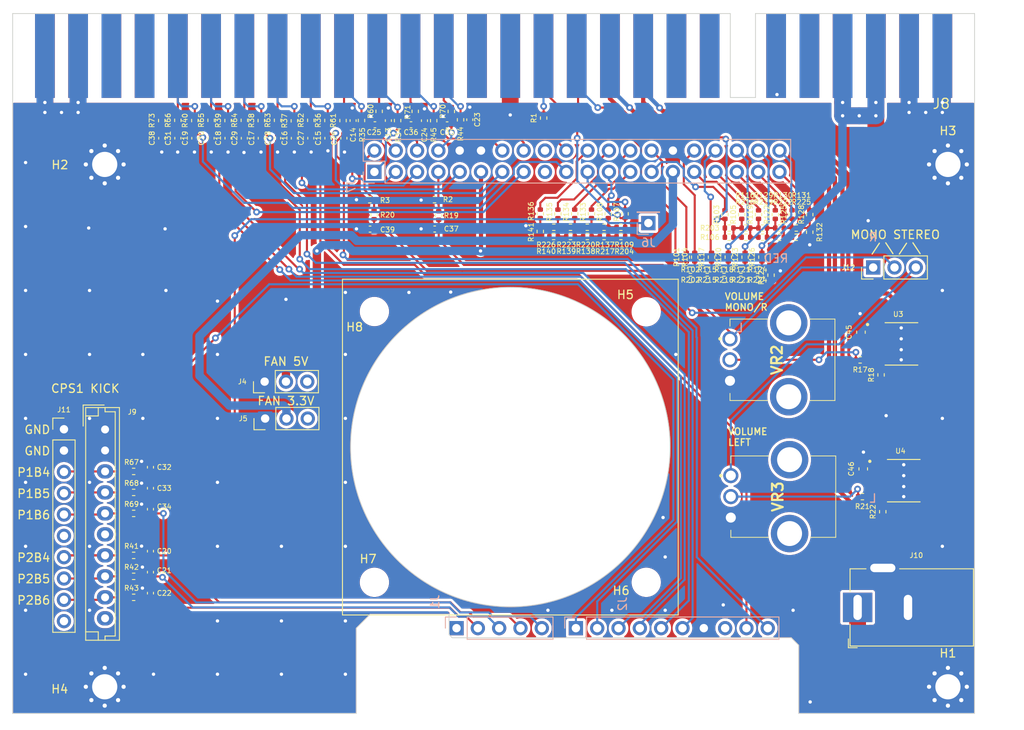
<source format=kicad_pcb>
(kicad_pcb (version 20241229) (generator "pcbnew") (generator_version "9.0")
  (layers (0 "F.Cu" signal) (2 "B.Cu" signal) (13 "F.Paste" user) (15 "B.Paste" user) (5 "F.SilkS" user "F.Silkscreen") (7 "B.SilkS" user "B.Silkscreen") (1 "F.Mask" user) (3 "B.Mask" user) (25 "Edge.Cuts" user))
  (net 0 "")
  (net 1 "GND")
  (net 2 "+12V")
  (net 3 "/P2_U")
  (net 4 "/P2_D")
  (net 5 "/P2_L")
  (net 6 "/P2_R")
  (net 7 "/P2_BUTTON1")
  (net 8 "/P2_BUTTON2")
  (net 9 "/P2_BUTTON3")
  (net 10 "/P2_BUTTON4")
  (net 11 "/P2_BUTTON5")
  (net 12 "/P2_BUTTON6")
  (net 13 "/P2_COIN")
  (net 14 "/P2_START")
  (net 15 "/P1_U")
  (net 16 "/P1_D")
  (net 17 "/P1_L")
  (net 18 "/P1_R")
  (net 19 "/P1_BUTTON1")
  (net 20 "/P1_BUTTON2")
  (net 21 "/P1_BUTTON3")
  (net 22 "/P1_BUTTON4")
  (net 23 "/P1_BUTTON5")
  (net 24 "/P1_BUTTON6")
  (net 25 "/P1_COIN")
  (net 26 "/P1_START")
  (net 27 "/TEST")
  (net 28 "/SELECT_UP")
  (net 29 "+5V")
  (net 30 "+3V3")
  (net 31 "/VIDEO_R2")
  (net 32 "/VIDEO_G2")
  (net 33 "/VIDEO_R3")
  (net 34 "/VIDEO_G3")
  (net 35 "/VIDEO_R4")
  (net 36 "/VIDEO_G4")
  (net 37 "/VIDEO_R5")
  (net 38 "/VIDEO_G5")
  (net 39 "/VIDEO_R6")
  (net 40 "/VIDEO_G6")
  (net 41 "/VIDEO_R7")
  (net 42 "/VIDEO_G7")
  (net 43 "/VIDEO_B4")
  (net 44 "/VIDEO_B5")
  (net 45 "/VIDEO_B3")
  (net 46 "/VIDEO_B6")
  (net 47 "/VIDEO_B2")
  (net 48 "/VIDEO_B7")
  (net 49 "/VIDEO_SYNC")
  (net 50 "/AUDIO_R")
  (net 51 "/AUDIO_L")
  (net 52 "/JAMMA_P2_BUTTON6")
  (net 53 "/JAMMA_P2_BUTTON5")
  (net 54 "/JAMMA_P2_BUTTON4")
  (net 55 "/JAMMA_P1_BUTTON6")
  (net 56 "/JAMMA_P1_BUTTON5")
  (net 57 "/JAMMA_P1_BUTTON4")
  (net 58 "/JAMMA_VIDEO_SYNC")
  (net 59 "/JAMMA_VIDEO_R")
  (net 60 "/JAMMA_VIDEO_G")
  (net 61 "/JAMMA_VIDEO_B")
  (net 62 "/JAMMA_P2_U")
  (net 63 "/JAMMA_P2_D")
  (net 64 "/JAMMA_P2_L")
  (net 65 "/JAMMA_P2_R")
  (net 66 "/JAMMA_P2_BUTTON1")
  (net 67 "/JAMMA_P2_BUTTON2")
  (net 68 "/JAMMA_P2_BUTTON3")
  (net 69 "/JAMMA_P2_COIN")
  (net 70 "/JAMMA_P2_START")
  (net 71 "/JAMMA_P1_U")
  (net 72 "/JAMMA_P1_D")
  (net 73 "/JAMMA_P1_L")
  (net 74 "/JAMMA_P1_R")
  (net 75 "/JAMMA_P1_BUTTON1")
  (net 76 "/JAMMA_P1_BUTTON2")
  (net 77 "/JAMMA_P1_BUTTON3")
  (net 78 "/JAMMA_P1_COIN")
  (net 79 "/JAMMA_P1_START")
  (net 80 "/JAMMA_SELECT_UP")
  (net 100 "Net-(R102-Pad2)")
  (net 101 "Net-(R115-Pad2)")
  (net 102 "Net-(R118-Pad2)")
  (net 103 "Net-(R121-Pad2)")
  (net 104 "Net-(R124-Pad2)")
  (net 105 "Net-(R105-Pad1)")
  (net 106 "Net-(R108-Pad1)")
  (net 107 "Net-(R116-Pad2)")
  (net 108 "Net-(R122-Pad1)")
  (net 109 "Net-(R125-Pad1)")
  (net 110 "Net-(R128-Pad1)")
  (net 111 "Net-(R133-Pad1)")
  (net 112 "Net-(R134-Pad1)")
  (net 113 "Net-(R135-Pad1)")
  (net 114 "Net-(R136-Pad1)")
  (net 115 "Net-(U3-+IN)")
  (net 116 "Net-(U4-+IN)")
  (net 118 "/JAMMA_SPEAKER-")
  (net 120 "/JAMMA_SPEAKER+")
  (net 122 "Net-(R17-Pad2)")
  (net 123 "Net-(U3--IN)")
  (net 124 "Net-(R21-Pad2)")
  (net 125 "Net-(U4--IN)")
  (net 126 "Net-(J12-Pin_1)")
  (net 127 "/JAMMA_SPEAKER_L-")
  (net 128 "Net-(J12-Pin_2)")
  (net 129 "/JAMMA_SPEAKER_L+")
  (net 130 "Net-(J12-Pin_3)")
  (footprint "Capacitor_SMD:C_0402_1005Metric" (layer "F.Cu") (at 117.204 50.85 90)
    (property "Reference" "C17")
    (property "Value" "10nF")
  )
  (footprint "Capacitor_SMD:C_0402_1005Metric" (layer "F.Cu") (at 125.144 50.85 90)
    (property "Reference" "C15")
    (property "Value" "10nF")
  )
  (footprint "Capacitor_SMD:C_0402_1005Metric" (layer "F.Cu") (at 113.244 50.85 90)
    (property "Reference" "C18")
    (property "Value" "10nF")
  )
  (footprint "Capacitor_SMD:C_0402_1005Metric" (layer "F.Cu") (at 128.144 48.75 -90)
    (property "Reference" "C14")
    (property "Value" "10nF")
  )
  (footprint "Capacitor_SMD:C_0402_1005Metric" (layer "F.Cu") (at 130.744 49.25)
    (property "Reference" "C25")
    (property "Value" "10nF")
  )
  (footprint "Capacitor_SMD:C_0402_1005Metric" (layer "F.Cu") (at 127.044 50.85 90)
    (property "Reference" "C26")
    (property "Value" "10nF")
  )
  (footprint "Capacitor_SMD:C_0402_1005Metric" (layer "F.Cu") (at 121.144 50.85 90)
    (property "Reference" "C16")
    (property "Value" "10nF")
  )
  (footprint "MountingHole:MountingHole_3mm" (layer "F.Cu") (at 163.068 71.533)
    (property "Reference" "H5")
    (property "Value" "FAN1")
  )
  (footprint "MountingHole:MountingHole_3mm_Pad_Via" (layer "F.Cu") (at 199.009 53.975)
    (property "Reference" "H3")
    (property "Value" "MountingHole_Pad")
  )
  (footprint "MountingHole:MountingHole_3mm" (layer "F.Cu") (at 163.068 103.759)
    (property "Reference" "H6")
    (property "Value" "FAN2")
  )
  (footprint "MountingHole:MountingHole_3mm" (layer "F.Cu") (at 130.683 71.501)
    (property "Reference" "H8")
    (property "Value" "FAN4")
  )
  (footprint "Connector_PinHeader_2.54mm:PinHeader_1x03_P2.54mm_Vertical" (layer "F.Cu") (at 117.604 79.85 90)
    (property "Reference" "J4")
    (property "Value" "FAN 5V")
  )
  (footprint "Connector_PinHeader_2.54mm:PinHeader_1x03_P2.54mm_Vertical" (layer "F.Cu") (at 117.664 84.25 90)
    (property "Reference" "J5")
    (property "Value" "FAN 3V3")
  )
  (footprint "Connector_JST:JST_EH_B10B-EH-A_1x10_P2.50mm_Vertical" (layer "F.Cu") (at 98.594 85.55 -90)
    (property "Reference" "J9")
    (property "Value" "CPS1 KICK")
  )
  (footprint "Connector_BarrelJack:BarrelJack_Horizontal" (layer "F.Cu") (at 188.25 106.75 180)
    (property "Reference" "J10")
    (property "Value" "5V TO DE10")
  )
  (footprint "MountingHole:MountingHole_3mm_Pad_Via" (layer "F.Cu") (at 98.552 116.205)
    (property "Reference" "H4")
    (property "Value" "MountingHole_Pad")
  )
  (footprint "MountingHole:MountingHole_3mm_Pad_Via" (layer "F.Cu") (at 199.009 116.205)
    (property "Reference" "H1")
    (property "Value" "MountingHole_Pad")
  )
  (footprint "MountingHole:MountingHole_3mm_Pad_Via" (layer "F.Cu") (at 98.552 53.975)
    (property "Reference" "H2")
    (property "Value" "MountingHole_Pad")
  )
  (footprint "MountingHole:MountingHole_3mm" (layer "F.Cu") (at 130.683 103.759)
    (property "Reference" "H7")
    (property "Value" "FAN3")
  )
  (footprint "Resistor_SMD:R_0402_1005Metric" (layer "F.Cu") (at 102 105.55 180)
    (property "Reference" "R43")
    (property "Value" "1k")
  )
  (footprint "Capacitor_SMD:C_0402_1005Metric" (layer "F.Cu") (at 104 92.55 -90)
    (property "Reference" "C33")
    (property "Value" "10nF")
  )
  (footprint "Capacitor_SMD:C_0402_1005Metric" (layer "F.Cu") (at 119.144 50.85 90)
    (property "Reference" "C28")
    (property "Value" "10nF")
  )
  (footprint "Capacitor_SMD:C_0402_1005Metric" (layer "F.Cu") (at 111.224 50.85 90)
    (property "Reference" "C30")
    (property "Value" "10nF")
  )
  (footprint "Capacitor_SMD:C_0402_1005Metric" (layer "F.Cu") (at 139.344 49.26)
    (property "Reference" "C35")
    (property "Value" "10nF")
  )
  (footprint "Capacitor_SMD:C_0402_1005Metric" (layer "F.Cu") (at 109.284 50.85 90)
    (property "Reference" "C19")
    (property "Value" "10nF")
  )
  (footprint "Capacitor_SMD:C_0402_1005Metric" (layer "F.Cu") (at 104 100.05 -90)
    (property "Reference" "C20")
    (property "Value" "10nF")
  )
  (footprint "Capacitor_SMD:C_0402_1005Metric" (layer "F.Cu") (at 104 95.05 -90)
    (property "Reference" "C34")
    (property "Value" "10nF")
  )
  (footprint "Capacitor_SMD:C_0402_1005Metric" (layer "F.Cu") (at 107.264 50.85 90)
    (property "Reference" "C31")
    (property "Value" "10nF")
  )
  (footprint "Capacitor_SMD:C_0402_1005Metric" (layer "F.Cu") (at 104 105.05 -90)
    (property "Reference" "C22")
    (property "Value" "10nF")
  )
  (footprint "Capacitor_SMD:C_0402_1005Metric" (layer "F.Cu") (at 123.104 50.85 90)
    (property "Reference" "C27")
    (property "Value" "10nF")
  )
  (footprint "Capacitor_SMD:C_0402_1005Metric" (layer "F.Cu") (at 135.044 49.25)
    (property "Reference" "C36")
    (property "Value" "10nF")
  )
  (footprint "Capacitor_SMD:C_0402_1005Metric" (layer "F.Cu") (at 115.184 50.85 90)
    (property "Reference" "C29")
    (property "Value" "10nF")
  )
  (footprint "Resistor_SMD:R_0402_1005Metric" (layer "F.Cu") (at 102 93.05 180)
    (property "Reference" "R68")
    (property "Value" "1k")
  )
  (footprint "Resistor_SMD:R_0402_1005Metric" (layer "F.Cu") (at 126.944 48.75 90)
    (property "Reference" "R61")
    (property "Value" "1k")
  )
  (footprint "Resistor_SMD:R_0402_1005Metric" (layer "F.Cu") (at 125.144 48.74 90)
    (property "Reference" "R36")
    (property "Value" "1k")
  )
  (footprint "Resistor_SMD:R_0402_1005Metric" (layer "F.Cu") (at 121.144 48.7805 90)
    (property "Reference" "R37")
    (property "Value" "1k")
  )
  (footprint "Resistor_SMD:R_0402_1005Metric" (layer "F.Cu") (at 131.244 47.65 90)
    (property "Reference" "R60")
    (property "Value" "1k")
  )
  (footprint "Resistor_SMD:R_0402_1005Metric" (layer "F.Cu") (at 150.844 48.45 90)
    (property "Reference" "R1")
    (property "Value" "100R")
  )
  (footprint "Resistor_SMD:R_0402_1005Metric" (layer "F.Cu") (at 117.204 48.75 90)
    (property "Reference" "R38")
    (property "Value" "1k")
  )
  (footprint "Resistor_SMD:R_0402_1005Metric" (layer "F.Cu") (at 113.244 48.75 90)
    (property "Reference" "R39")
    (property "Value" "1k")
  )
  (footprint "Jamma:JAMMA-56" (layer "F.Cu") (at 198.494 41)
    (property "Reference" "J8")
    (property "Value" "Jamma_con")
  )
  (footprint "Resistor_SMD:R_0402_1005Metric" (layer "F.Cu") (at 119.144 48.7195 90)
    (property "Reference" "R63")
    (property "Value" "1k")
  )
  (footprint "Resistor_SMD:R_0402_1005Metric" (layer "F.Cu") (at 115.184 48.7195 90)
    (property "Reference" "R64")
    (property "Value" "1k")
  )
  (footprint "Resistor_SMD:R_0402_1005Metric" (layer "F.Cu") (at 111.224 48.7195 90)
    (property "Reference" "R65")
    (property "Value" "1k")
  )
  (footprint "Resistor_SMD:R_0402_1005Metric" (layer "F.Cu") (at 135.544 47.65 90)
    (property "Reference" "R71")
    (property "Value" "1k")
  )
  (footprint "Resistor_SMD:R_0402_1005Metric" (layer "F.Cu") (at 139.844 47.66 90)
    (property "Reference" "R70")
    (property "Value" "1k")
  )
  (footprint "Resistor_SMD:R_0402_1005Metric" (layer "F.Cu") (at 123.104 48.7195 90)
    (property "Reference" "R62")
    (property "Value" "1k")
  )
  (footprint "Resistor_SMD:R_0402_1005Metric" (layer "F.Cu") (at 105.344 48.75 90)
    (property "Reference" "R73")
    (property "Value" "1k")
  )
  (footprint "Capacitor_SMD:C_0402_1005Metric" (layer "F.Cu") (at 105.344 50.85 90)
    (property "Reference" "C38")
    (property "Value" "10nF")
  )
  (footprint "Resistor_SMD:R_0402_1005Metric" (layer "F.Cu") (at 107.264 48.7195 90)
    (property "Reference" "R66")
    (property "Value" "1k")
  )
  (footprint "Resistor_SMD:R_0402_1005Metric" (layer "F.Cu") (at 102 90.55 180)
    (property "Reference" "R67")
    (property "Value" "1k")
  )
  (footprint "Resistor_SMD:R_0402_1005Metric" (layer "F.Cu") (at 102 100.55 180)
    (property "Reference" "R41")
    (property "Value" "1k")
  )
  (footprint "Capacitor_SMD:C_0402_1005Metric" (layer "F.Cu") (at 104 90.05 -90)
    (property "Reference" "C32")
    (property "Value" "10nF")
  )
  (footprint "Resistor_SMD:R_0402_1005Metric" (layer "F.Cu") (at 102 95.55 180)
    (property "Reference" "R69")
    (property "Value" "1k")
  )
  (footprint "Capacitor_SMD:C_0402_1005Metric" (layer "F.Cu") (at 104 102.55 -90)
    (property "Reference" "C21")
    (property "Value" "10nF")
  )
  (footprint "Resistor_SMD:R_0402_1005Metric" (layer "F.Cu") (at 102 103.05 180)
    (property "Reference" "R42")
    (property "Value" "1k")
  )
  (footprint "Resistor_SMD:R_0402_1005Metric" (layer "F.Cu") (at 168.844 65.02 90)
    (property "Reference" "R104")
    (property "Value" "475R")
  )
  (footprint "Capacitor_SMD:C_0402_1005Metric" (layer "F.Cu") (at 132.344 48.75 -90)
    (property "Reference" "C13")
    (property "Value" "10nF")
  )
  (footprint "Capacitor_SMD:C_0402_1005Metric" (layer "F.Cu") (at 142.044 48.65 -90)
    (property "Reference" "C23")
    (property "Value" "10nF")
  )
  (footprint "Capacitor_SMD:C_0402_1005Metric" (layer "F.Cu") (at 136.644 48.76 -90)
    (property "Reference" "C24")
    (property "Value" "10nF")
  )
  (footprint "Resistor_SMD:R_0402_1005Metric" (layer "F.Cu") (at 140.944 48.66 90)
    (property "Reference" "R44")
    (property "Value" "1k")
  )
  (footprint "Resistor_SMD:R_0402_1005Metric" (layer "F.Cu") (at 137.744 48.76 90)
    (property "Reference" "R45")
    (property "Value" "1k")
  )
  (footprint "Resistor_SMD:R_0402_1005Metric" (layer "F.Cu") (at 133.444 48.75 90)
    (property "Reference" "R34")
    (property "Value" "1k")
  )
  (footprint "Resistor_SMD:R_0402_1005Metric" (layer "F.Cu") (at 109.284 48.75 90)
    (property "Reference" "R40")
    (property "Value" "1k")
  )
  (footprint "Resistor_SMD:R_0402_1005Metric" (layer "F.Cu") (at 129.144 48.74 90)
    (property "Reference" "R35")
    (property "Value" "1k")
  )
  (footprint "Connector_PinHeader_2.54mm:PinHeader_1x10_P2.54mm_Vertical" (layer "F.Cu") (at 93.696 85.5254)
    (property "Reference" "J11")
    (property "Value" "0.1\" kick")
  )
  (footprint "Resistor_SMD:R_0402_1005Metric" (layer "F.Cu") (at 158.544 59.86 90)
    (property "Reference" "R108")
    (property "Value" "475R")
  )
  (footprint "Resistor_SMD:R_0402_1005Metric" (layer "F.Cu") (at 160.544 59.86 90)
    (property "Reference" "R107")
    (property "Value" "475R")
  )
  (footprint "Resistor_SMD:R_0402_1005Metric" (layer "F.Cu") (at 167.844 65.02 90)
    (property "Reference" "R101")
    (property "Value" "475R")
  )
  (footprint "Resistor_SMD:R_0402_1005Metric" (layer "F.Cu") (at 160.044 61.46 180)
    (property "Reference" "R109")
    (property "Value" "475R")
  )
  (footprint "Resistor_SMD:R_0402_1005Metric" (layer "F.Cu") (at 168.334 67.67)
    (property "Reference" "R102")
    (property "Value" "475R")
  )
  (footprint "Resistor_SMD:R_0402_1005Metric" (layer "F.Cu") (at 172.944 62.65)
    (property "Reference" "R106")
    (property "Value" "475R")
  )
  (footprint "LM4871MX_NOPB:SOIC127P599X175-8N" (layer "F.Cu") (at 193.474 75.355)
    (property "Reference" "U3")
    (property "Value" "LM4871MX_NOPB")
  )
  (footprint "Capacitor_SMD:C_0402_1005Metric" (layer "F.Cu") (at 137.864 61.67)
    (property "Reference" "C37")
    (property "Value" "20nF")
  )
  (footprint "Resistor_SMD:R_0402_1005Metric" (layer "F.Cu") (at 180.944 61.55)
    (property "Reference" "R131")
    (property "Value" "475R")
  )
  (footprint "Resistor_SMD:R_0402_1005Metric" (layer "F.Cu") (at 182.544 59.95 90)
    (property "Reference" "R128")
    (property "Value" "475R")
  )
  (footprint "Resistor_SMD:R_0402_1005Metric" (layer "F.Cu") (at 154.044 62.56 180)
    (property "Reference" "R139")
    (property "Value" "475R")
  )
  (footprint "PTV09A-4020U-A503:PTV09A4020FB103" (layer "F.Cu") (at 178.644 77.25 -90)
    (property "Reference" "VR2")
    (property "Value" "50k" (hide yes))
  )
  (footprint "Resistor_SMD:R_0402_1005Metric" (layer "F.Cu") (at 170.334 66.57 180)
    (property "Reference" "R215")
    (property "Value" "475R")
  )
  (footprint "Resistor_SMD:R_0402_1005Metric" (layer "F.Cu") (at 172.334 66.57 180)
    (property "Reference" "R218")
    (property "Value" "475R")
  )
  (footprint "Resistor_SMD:R_0402_1005Metric" (layer "F.Cu") (at 191.044 79.05 90)
    (property "Reference" "R18")
    (property "Value" "20k")
  )
  (footprint "Resistor_SMD:R_0402_1005Metric" (layer "F.Cu") (at 188.819 93.55 180)
    (property "Reference" "R21")
    (property "Value" "20k")
  )
  (footprint "Resistor_SMD:R_0402_1005Metric" (layer "F.Cu") (at 170.844 65.02 90)
    (property "Reference" "R117")
    (property "Value" "475R")
  )
  (footprint "Resistor_SMD:R_0402_1005Metric" (layer "F.Cu") (at 177.934 67.17 90)
    (property "Reference" "R127")
    (property "Value" "475R")
  )
  (footprint "Resistor_SMD:R_0402_1005Metric" (layer "F.Cu") (at 172.844 65.02 90)
    (property "Reference" "R120")
    (property "Value" "475R")
  )
  (footprint "Resistor_SMD:R_0402_1005Metric" (layer "F.Cu") (at 180.444 59.94 90)
    (property "Reference" "R125")
    (property "Value" "475R")
  )
  (footprint "Capacitor_SMD:C_0402_1005Metric" (layer "F.Cu") (at 130.164 61.68)
    (property "Reference" "C39")
    (property "Value" "20nF")
  )
  (footprint "Resistor_SMD:R_0402_1005Metric" (layer "F.Cu") (at 154.044 61.46)
    (property "Reference" "R223")
    (property "Value" "475R")
  )
  (footprint "Resistor_SMD:R_0402_1005Metric" (layer "F.Cu") (at 137.844 58.17)
    (property "Reference" "R2")
    (property "Value" "1k")
  )
  (footprint "Resistor_SMD:R_0402_1005Metric" (layer "F.Cu") (at 130.134 58.18)
    (property "Reference" "R3")
    (property "Value" "1k")
  )
  (footprint "Resistor_SMD:R_0402_1005Metric" (layer "F.Cu") (at 178.444 59.95 90)
    (property "Reference" "R122")
    (property "Value" "475R")
  )
  (footprint "Resistor_SMD:R_0402_1005Metric" (layer "F.Cu") (at 188.549 77.2625 180)
    (property "Reference" "R17")
    (property "Value" "20k")
  )
  (footprint "Resistor_SMD:R_0402_1005Metric" (layer "F.Cu") (at 170.334 67.67)
    (property "Reference" "R115")
    (property "Value" "475R")
  )
  (footprint "PTV09A-4020U-A503:PTV09A4020FB103" (layer "F.Cu") (at 178.744 93.55 -90)
    (property "Reference" "VR3")
    (property "Value" "50k" (hide yes))
  )
  (footprint "Resistor_SMD:R_0402_1005Metric" (layer "F.Cu") (at 176.844 65.02 90)
    (property "Reference" "R126")
    (property "Value" "475R")
  )
  (footprint "Resistor_SMD:R_0402_1005Metric" (layer "F.Cu") (at 174.334 66.57 180)
    (property "Reference" "R221")
    (property "Value" "475R")
  )
  (footprint "Resistor_SMD:R_0402_1005Metric" (layer "F.Cu") (at 152.034 62.56 180)
    (property "Reference" "R140")
    (property "Value" "475R")
  )
  (footprint "Resistor_SMD:R_0402_1005Metric" (layer "F.Cu") (at 178.944 62.65 180)
    (property "Reference" "R222")
    (property "Value" "475R")
  )
  (footprint "Resistor_SMD:R_0402_1005Metric" (layer "F.Cu") (at 152.054 61.46)
    (property "Reference" "R226")
    (property "Value" "475R")
  )
  (footprint "Resistor_SMD:R_0402_1005Metric" (layer "F.Cu") (at 174.944 61.55)
    (property "Reference" "R116")
    (property "Value" "475R")
  )
  (footprint "LM4871MX_NOPB:SOIC127P599X175-8N" (layer "F.Cu") (at 193.744 91.65)
    (property "Reference" "U4")
    (property "Value" "LM4871MX_NOPB")
  )
  (footprint "Resistor_SMD:R_0402_1005Metric" (layer "F.Cu") (at 150.444 61.96 -90)
    (property "Reference" "R141")
    (property "Value" "475R")
  )
  (footprint "Capacitor_SMD:C_0603_1608Metric" (layer "F.Cu") (at 188.919 90.25 90)
    (property "Reference" "C46")
    (property "Value" "1uF")
  )
  (footprint "Resistor_SMD:R_0402_1005Metric" (layer "F.Cu") (at 174.444 59.95 90)
    (property "Reference" "R105")
    (property "Value" "475R")
  )
  (footprint "LOGO" (layer "F.Cu") (at 106.263764 66.167768)
    (property "Reference" "G***" (hide yes))
    (property "Value" "LOGO" (hide yes))
  )
  (footprint "Resistor_SMD:R_0402_1005Metric" (layer "F.Cu") (at 191.244 95.35 90)
    (property "Reference" "R22")
    (property "Value" "20k")
  )
  (footprint "Resistor_SMD:R_0402_1005Metric" (layer "F.Cu") (at 172.944 61.55 180)
    (property "Reference" "R203")
    (property "Value" "475R")
  )
  (footprint "Resistor_SMD:R_0402_1005Metric" (layer "F.Cu") (at 178.944 61.55)
    (property "Reference" "R130")
    (property "Value" "475R")
  )
  (footprint "Resistor_SMD:R_0402_1005Metric" (layer "F.Cu") (at 156.054 62.56 180)
    (property "Reference" "R138")
    (property "Value" "475R")
  )
  (footprint "Resistor_SMD:R_0402_1005Metric" (layer "F.Cu") (at 172.334 67.67)
    (property "Reference" "R118")
    (property "Value" "475R")
  )
  (footprint "Resistor_SMD:R_0402_1005Metric" (layer "F.Cu") (at 152.544 59.87 90)
    (property "Reference" "R135")
    (property "Value" "475R")
  )
  (footprint "Resistor_SMD:R_0402_1005Metric" (layer "F.Cu") (at 176.944 61.55)
    (property "Reference" "R129")
    (property "Value" "475R")
  )
  (footprint "Resistor_SMD:R_0402_1005Metric" (layer "F.Cu") (at 176.334 66.57 180)
    (property "Reference" "R224")
    (property "Value" "475R")
  )
  (footprint "Resistor_SMD:R_0402_1005Metric" (layer "F.Cu") (at 180.934 62.65 180)
    (property "Reference" "R225")
    (property "Value" "475R")
  )
  (footprint "Resistor_SMD:R_0402_1005Metric" (layer "F.Cu") (at 156.544 59.86 90)
    (property "Reference" "R133")
    (property "Value" "475R")
  )
  (footprint "Resistor_SMD:R_0402_1005Metric" (layer "F.Cu") (at 176.444 59.95 90)
    (property "Reference" "R119")
    (property "Value" "475R")
  )
  (footprint "Resistor_SMD:R_0402_1005Metric" (layer "F.Cu") (at 154.544 59.86 90)
    (property "Reference" "R134")
    (property "Value" "475R")
  )
  (footprint "Resistor_SMD:R_0402_1005Metric" (layer "F.Cu") (at 172.444 59.95 90)
    (property "Reference" "R103")
    (property "Value" "475R")
  )
  (footprint "Resistor_SMD:R_0402_1005Metric" (layer "F.Cu") (at 174.944 62.65 180)
    (property "Reference" "R216")
    (property "Value" "475R")
  )
  (footprint "Resistor_SMD:R_0402_1005Metric" (layer "F.Cu") (at 182.544 62.05 -90)
    (property "Reference" "R132")
    (property "Value" "475R")
  )
  (footprint "Resistor_SMD:R_0402_1005Metric" (layer "F.Cu") (at 156.044 61.46)
    (property "Reference" "R220")
    (property "Value" "475R")
  )
  (footprint "Resistor_SMD:R_0402_1005Metric" (layer "F.Cu") (at 174.844 65.02 90)
    (property "Reference" "R123")
    (property "Value" "475R")
  )
  (footprint "Resistor_SMD:R_0402_1005Metric" (layer "F.Cu") (at 176.334 67.67)
    (property "Reference" "R124")
    (property "Value" "475R")
  )
  (footprint "Resistor_SMD:R_0402_1005Metric" (layer "F.Cu") (at 174.334 67.67)
    (property "Reference" "R121")
    (property "Value" "475R")
  )
  (footprint "Resistor_SMD:R_0402_1005Metric" (layer "F.Cu") (at 158.044 62.56)
    (property "Reference" "R217")
    (property "Value" "475R")
  )
  (footprint "Resistor_SMD:R_0402_1005Metric" (layer "F.Cu") (at 168.334 66.57 180)
    (property "Reference" "R202")
    (property "Value" "475R")
  )
  (footprint "Resistor_SMD:R_0402_1005Metric" (layer "F.Cu") (at 138.344 60.06 -90)
    (property "Reference" "R19")
    (property "Value" "475R")
  )
  (footprint "Capacitor_SMD:C_0603_1608Metric" (layer "F.Cu") (at 188.649 73.9625 90)
    (property "Reference" "C45")
    (property "Value" "1uF")
  )
  (footprint "Resistor_SMD:R_0402_1005Metric" (layer "F.Cu") (at 150.444 59.86 90)
    (property "Reference" "R136")
    (property "Value" "475R")
  )
  (footprint "Resistor_SMD:R_0402_1005Metric" (layer "F.Cu") (at 176.944 62.65 180)
    (property "Reference" "R219")
    (property "Value" "475R")
  )
  (footprint "Connector_PinHeader_2.54mm:PinHeader_1x03_P2.54mm_Vertical" (layer "F.Cu") (at 190.104 66.25 90)
    (property "Reference" "J12")
    (property "Value" "FAN 5V")
  )
  (footprint "Resistor_SMD:R_0402_1005Metric" (layer "F.Cu") (at 130.644 59.9906 -90)
    (property "Reference" "R20")
    (property "Value" "475R")
  )
  (footprint "Resistor_SMD:R_0402_1005Metric" (layer "F.Cu") (at 158.044 61.46 180)
    (property "Reference" "R137")
    (property "Value" "475R")
  )
  (footprint "Resistor_SMD:R_0402_1005Metric" (layer "F.Cu") (at 160.044 62.56)
    (property "Reference" "R204")
    (property "Value" "475R")
  )
  (footprint "Connector_PinHeader_2.54mm:PinHeader_1x10_P2.54mm_Vertical" (layer "B.Cu") (at 154.686 109.22 -90)
    (property "Reference" "J2")
    (property "Value" "Arduino 8-SCL")
  )
  (footprint "Connector_PinHeader_2.54mm:PinHeader_1x05_P2.54mm_Vertical" (layer "B.Cu") (at 140.467 109.22 -90)
    (property "Reference" "J1")
    (property "Value" "Arduino 3-7")
  )
  (footprint "Connector_PinHeader_2.54mm:PinHeader_1x01_P2.54mm_Vertical" (layer "B.Cu") (at 163.322 60.96)
    (property "Reference" "J6")
    (property "Value" "Arduino Reset")
  )
  (footprint "Connector_PinSocket_2.54mm:PinSocket_2x20_P2.54mm_Vertical" (layer "B.Cu") (at 130.683 54.864 -90)
    (property "Reference" "J7")
    (property "Value" "GPIO1")
  )
  (gr_line (start 126.876 107.65) (end 126.876 67.65) (stroke (width 0.12)) (layer "F.SilkS"))
  (gr_line (start 126.876 67.65) (end 166.876 67.65) (stroke (width 0.12)) (layer "F.SilkS"))
  (gr_line (start 126.876 107.65) (end 166.876 107.65) (stroke (width 0.12)) (layer "F.SilkS"))
  (gr_line (start 166.876 67.65) (end 166.876 107.65) (stroke (width 0.12)) (layer "F.SilkS"))
  (gr_line (start 176.084 36) (end 202.184 36) (stroke (width 0.1)) (layer "Edge.Cuts"))
  (gr_line (start 130.175 107.569) (end 139.573 107.569) (stroke (width 0.1)) (layer "Edge.Cuts"))
  (gr_line (start 181.229 111.252) (end 181.229 119.38) (stroke (width 0.1)) (layer "Edge.Cuts"))
  (gr_line (start 139.954 110.363) (end 180.34 110.363) (stroke (width 0.1)) (layer "Edge.Cuts"))
  (gr_line (start 173.08 36) (end 87.584 36) (stroke (width 0.1)) (layer "Edge.Cuts"))
  (gr_line (start 202.184 36) (end 202.184 119.38) (stroke (width 0.1)) (layer "Edge.Cuts"))
  (gr_line (start 128.524 109.22) (end 128.524 119.38) (stroke (width 0.1)) (layer "Edge.Cuts"))
  (gr_line (start 181.229 119.38) (end 202.184 119.38) (stroke (width 0.1)) (layer "Edge.Cuts"))
  (gr_circle (center 146.8755 87.646) (end 165.901798 87.646) (stroke (width 0.1)) (fill no) (layer "Edge.Cuts"))
  (gr_line (start 173.084 36) (end 173.084 46) (stroke (width 0.1)) (layer "Edge.Cuts"))
  (gr_line (start 173.084 46) (end 176.084 46) (stroke (width 0.1)) (layer "Edge.Cuts"))
  (gr_line (start 139.573 109.982) (end 139.954 110.363) (stroke (width 0.1)) (layer "Edge.Cuts"))
  (gr_line (start 87.584 119.38) (end 128.524 119.38) (stroke (width 0.1)) (layer "Edge.Cuts"))
  (gr_line (start 176.084 46) (end 176.084 36) (stroke (width 0.1)) (layer "Edge.Cuts"))
  (gr_line (start 130.175 107.569) (end 128.524 109.22) (stroke (width 0.1)) (layer "Edge.Cuts"))
  (gr_line (start 87.584 36) (end 87.584 119.38) (stroke (width 0.1)) (layer "Edge.Cuts"))
  (gr_line (start 139.573 107.569) (end 139.573 109.982) (stroke (width 0.1)) (layer "Edge.Cuts"))
  (gr_line (start 180.34 110.363) (end 181.229 111.252) (stroke (width 0.1)) (layer "Edge.Cuts"))
  (gr_text "P2B6" (at 92.144 105.8962 0) (layer "F.SilkS") (effects (font (size 1 1)) (justify right)))
  (gr_text "GND" (at 92.144 85.5762 0) (layer "F.SilkS") (effects (font (size 1 1)) (justify right)))
  (gr_text "CPS1 KICK" (at 96.236 80.674 0) (layer "F.SilkS") (effects (font (size 1 1))))
  (gr_text "GND" (at 92.144 88.1162 0) (layer "F.SilkS") (effects (font (size 1 1)) (justify right)))
  (gr_text "P1B5" (at 92.144 93.1962 0) (layer "F.SilkS") (effects (font (size 1 1)) (justify right)))
  (gr_text "P2B5" (at 92.144 103.3562 0) (layer "F.SilkS") (effects (font (size 1 1)) (justify right)))
  (gr_text "VOLUME \nMONO/R" (at 172.344 70.35 0) (layer "F.SilkS") (effects (font (size 0.8 0.8)) (justify left)))
  (gr_text "MONO STEREO\n/ \\ / \\" (at 192.744 63.15 0) (layer "F.SilkS") (effects (font (size 1 1))))
  (gr_text "P1B6" (at 92.144 95.7362 0) (layer "F.SilkS") (effects (font (size 1 1)) (justify right)))
  (gr_text "VOLUME \nLEFT" (at 172.744 86.45 0) (layer "F.SilkS") (effects (font (size 0.8 0.8)) (justify left)))
  (gr_text "P2B4" (at 92.144 100.8162 0) (layer "F.SilkS") (effects (font (size 1 1)) (justify right)))
  (gr_text "P1B4" (at 92.144 90.6562 0) (layer "F.SilkS") (effects (font (size 1 1)) (justify right)))
  (gr_text "FAN 5V" (at 120.144 77.45 0) (layer "F.SilkS") (effects (font (size 1 1))))
  (gr_text "FAN 3.3V" (at 120.144 82.15 0) (layer "F.SilkS") (effects (font (size 1 1))))
  (gr_text "L" (at 190.089 93.755 0) (layer "B.SilkS") (effects (font (size 1 1)) (justify mirror)))
  (gr_text "R" (at 179.294 73.435 0) (layer "B.SilkS") (effects (font (size 1 1)) (justify mirror)))
  (gr_text "R" (at 190.089 62.64 0) (layer "B.SilkS") (effects (font (size 1 1)) (justify mirror)))
  (gr_text "RED" (at 178.532 65.18 0) (layer "B.SilkS") (effects (font (size 1 1)) (justify mirror)))
  (gr_text "L" (at 174.214 73.435 0) (layer "B.SilkS") (effects (font (size 1 1)) (justify mirror)))
  (segment (start 91.424 46.594) (end 91.424 47.782) (width 2) (layer "F.Cu") (net 1))
  (segment (start 93.404 47.782) (end 94.988 47.782) (width 2) (layer "F.Cu") (net 1))
  (segment (start 95.384 46.594) (end 95.384 41.05) (width 2) (layer "F.Cu") (net 1))
  (segment (start 194.384 46.594) (end 194.384 47.782) (width 2) (layer "F.Cu") (net 1))
  (segment (start 198.344 46.594) (end 198.344 41.05) (width 2) (layer "F.Cu") (net 1))
  (segment (start 194.384 47.782) (end 196.364 47.782) (width 2) (layer "F.Cu") (net 1))
  (segment (start 196.364 47.782) (end 198.344 47.782) (width 2) (layer "F.Cu") (net 1))
  (segment (start 198.344 47.782) (end 198.344 46.594) (width 2) (layer "F.Cu") (net 1))
  (segment (start 95.384 47.386) (end 95.384 46.594) (width 2) (layer "F.Cu") (net 1))
  (segment (start 94.988 47.782) (end 95.384 47.386) (width 2) (layer "F.Cu") (net 1))
  (segment (start 194.384 41.05) (end 194.384 46.594) (width 2) (layer "F.Cu") (net 1))
  (segment (start 91.424 47.782) (end 93.404 47.782) (width 2) (layer "F.Cu") (net 1))
  (segment (start 146.864 41.05) (end 146.864 48.08) (width 2) (layer "F.Cu") (net 1))
  (segment (start 91.424 41.05) (end 91.424 46.594) (width 2) (layer "F.Cu") (net 1))
  (via (at 119.144 52.5) (size 0.8) (drill 0.4) (layers "F.Cu" "B.Cu") (net 1))
  (via (at 127.224 114.71) (size 0.8) (drill 0.4) (layers "F.Cu" "B.Cu") (net 1))
  (via (at 134.544 48.25) (size 0.8) (drill 0.4) (layers "F.Cu" "B.Cu") (net 1))
  (via (at 115.144 52.55) (size 0.8) (drill 0.4) (layers "F.Cu" "B.Cu") (net 1))
  (via (at 128.044 47.25) (size 0.8) (drill 0.4) (layers "F.Cu" "B.Cu") (net 1))
  (via (at 127.224 84.23) (size 0.8) (drill 0.4) (layers "F.Cu" "B.Cu") (net 1))
  (via (at 111.984 91.85) (size 0.8) (drill 0.4) (layers "F.Cu" "B.Cu") (net 1))
  (via (at 91.424 46.594) (size 0.8) (drill 0.4) (layers "F.Cu" "B.Cu") (net 1))
  (via (at 193.444 73.45) (size 0.8) (drill 0.4) (layers "F.Cu" "B.Cu") (net 1))
  (via (at 189.510128 60.678872) (size 0.8) (drill 0.4) (layers "F.Cu" "B.Cu") (net 1))
  (via (at 148.725385 61.275) (size 0.8) (drill 0.4) (layers "F.Cu" "B.Cu") (net 1))
  (via (at 89.124 53.75) (size 0.8) (drill 0.4) (layers "F.Cu" "B.Cu") (net 1))
  (via (at 198.344 99.47) (size 0.8) (drill 0.4) (layers "F.Cu" "B.Cu") (net 1))
  (via (at 121.144 52.5) (size 0.8) (drill 0.4) (layers "F.Cu" "B.Cu") (net 1))
  (via (at 127.224 99.47) (size 0.8) (drill 0.4) (layers "F.Cu" "B.Cu") (net 1))
  (via (at 136.244 61.65) (size 0.8) (drill 0.4) (layers "F.Cu" "B.Cu") (net 1))
  (via (at 111.984 70.26) (size 0.8) (drill 0.4) (layers "F.Cu" "B.Cu") (net 1))
  (via (at 119.604 108.36) (size 0.8) (drill 0.4) (layers "F.Cu" "B.Cu") (net 1))
  (via (at 188.544 71.75) (size 0.8) (drill 0.4) (layers "F.Cu" "B.Cu") (net 1))
  (via (at 107.244 52.5) (size 0.8) (drill 0.4) (layers "F.Cu" "B.Cu") (net 1))
  (via (at 182.544 63.55) (size 0.8) (drill 0.4) (layers "F.Cu" "B.Cu") (net 1))
  (via (at 96.744 99.47) (size 0.8) (drill 0.4) (layers "F.Cu" "B.Cu") (net 1))
  (via (at 113.244 52.5) (size 0.8) (drill 0.4) (layers "F.Cu" "B.Cu") (net 1))
  (via (at 136.644 47.35) (size 0.8) (drill 0.4) (layers "F.Cu" "B.Cu") (net 1))
  (via (at 198.344 47.782) (size 0.8) (drill 0.4) (layers "F.Cu" "B.Cu") (net 1))
  (via (at 127.224 76.61) (size 0.8) (drill 0.4) (layers "F.Cu" "B.Cu") (net 1))
  (via (at 96.744 84.23) (size 0.8) (drill 0.4) (layers "F.Cu" "B.Cu") (net 1))
  (via (at 96.744 76.61) (size 0.8) (drill 0.4) (layers "F.Cu" "B.Cu") (net 1))
  (via (at 102.944 91.95) (size 0.8) (drill 0.4) (layers "F.Cu" "B.Cu") (net 1))
  (via (at 146.864 48.080002) (size 0.8) (drill 0.4) (layers "F.Cu" "B.Cu") (net 1))
  (via (at 103.044 101.95) (size 0.8) (drill 0.4) (layers "F.Cu" "B.Cu") (net 1))
  (via (at 89.124 61.37) (size 0.8) (drill 0.4) (layers "F.Cu" "B.Cu") (net 1))
  (via (at 119.604 99.47) (size 0.8) (drill 0.4) (layers "F.Cu" "B.Cu") (net 1))
  (via (at 193.744 89.75) (size 0.8) (drill 0.4) (layers "F.Cu" "B.Cu") (net 1))
  (via (at 193.744 92.35) (size 0.8) (drill 0.4) (layers "F.Cu" "B.Cu") (net 1))
  (via (at 196.364 47.782) (size 0.8) (drill 0.4) (layers "F.Cu" "B.Cu") (net 1))
  (via (at 158.974 107.09) (size 0.8) (drill 0.4) (layers "F.Cu" "B.Cu") (net 1))
  (via (at 151.354 107.09) (size 0.8) (drill 0.4) (layers "F.Cu" "B.Cu") (net 1))
  (via (at 96.744 107.09) (size 0.8) (drill 0.4) (layers "F.Cu" "B.Cu") (net 1))
  (via (at 105.744 61.65) (size 0.8) (drill 0.4) (layers "F.Cu" "B.Cu") (net 1))
  (via (at 93.404 47.782) (size 0.8) (drill 0.4) (layers "F.Cu" "B.Cu") (net 1))
  (via (at 105.844 68.99) (size 0.8) (drill 0.4) (layers "F.Cu" "B.Cu") (net 1))
  (via (at 139.769647 69.181506) (size 0.8) (drill 0.4) (layers "F.Cu" "B.Cu") (net 1))
  (via (at 166.594 76.61) (size 0.8) (drill 0.4) (layers "F.Cu" "B.Cu") (net 1))
  (via (at 91.424 47.782) (size 0.8) (drill 0.4) (layers "F.Cu" "B.Cu") (net 1))
  (via (at 104.364 114.71) (size 0.8) (drill 0.4) (layers "F.Cu" "B.Cu") (net 1))
  (via (at 89.124 99.47) (size 0.8) (drill 0.4) (layers "F.Cu" "B.Cu") (net 1))
  (via (at 193.744 91.05) (size 0.8) (drill 0.4) (layers "F.Cu" "B.Cu") (net 1))
  (via (at 127.224 108.36) (size 0.8) (drill 0.4) (layers "F.Cu" "B.Cu") (net 1))
  (via (at 111.244 52.5) (size 0.8) (drill 0.4) (layers "F.Cu" "B.Cu") (net 1))
  (via (at 165.07 96.041) (size 0.8) (drill 0.4) (layers "F.Cu" "B.Cu") (net 1))
  (via (at 127.224 91.85) (size 0.8) (drill 0.4) (layers "F.Cu" "B.Cu") (net 1))
  (via (at 89.124 76.61) (size 0.8) (drill 0.4) (layers "F.Cu" "B.Cu") (net 1))
  (via (at 96.744 91.85) (size 0.8) (drill 0.4) (layers "F.Cu" "B.Cu") (net 1))
  (via (at 89.124 114.71) (size 0.8) (drill 0.4) (layers "F.Cu" "B.Cu") (net 1))
  (via (at 165.324 100.74) (size 0.8) (drill 0.4) (layers "F.Cu" "B.Cu") (net 1))
  (via (at 109.244 52.5) (size 0.8) (drill 0.4) (layers "F.Cu" "B.Cu") (net 1))
  (via (at 111.984 99.47) (size 0.8) (drill 0.4) (layers "F.Cu" "B.Cu") (net 1))
  (via (at 142.044 47.15) (size 0.8) (drill 0.4) (layers "F.Cu" "B.Cu") (net 1))
  (via (at 103.094 84.23) (size 0.8) (drill 0.4) (layers "F.Cu" "B.Cu") (net 1))
  (via (at 105.344 52.5) (size 0.8) (drill 0.4) (layers "F.Cu" "B.Cu") (net 1))
  (via (at 128.544 61.65) (size 0.8) (drill 0.4) (layers "F.Cu" "B.Cu") (net 1))
  (via (at 132.344 47.25) (size 0.8) (drill 0.4) (layers "F.Cu" "B.Cu") (net 1))
  (via (at 95.384 46.594) (size 0.8) (drill 0.4) (layers "F.Cu" "B.Cu") (net 1))
  (via (at 194.384 47.782) (size 0.8) (drill 0.4) (layers "F.Cu" "B.Cu") (net 1))
  (via (at 111.984 76.61) (size 0.8) (drill 0.4) (layers "F.Cu" "B.Cu") (net 1))
  (via (at 179.044 66.65) (size 0.8) (drill 0.4) (layers "F.Cu" "B.Cu") (net 1))
  (via (at 198.344 46.594) (size 0.8) (drill 0.4) (layers "F.Cu" "B.Cu") (net 1))
  (via (at 111.984 84.23) (size 0.8) (drill 0.4) (layers "F.Cu" "B.Cu") (net 1))
  (via (at 102.944 94.45) (size 0.8) (drill 0.4) (layers "F.Cu" "B.Cu") (net 1))
  (via (at 194.384 46.594) (size 0.8) (drill 0.4) (layers "F.Cu" "B.Cu") (net 1))
  (via (at 123.144 52.5) (size 0.8) (drill 0.4) (layers "F.Cu" "B.Cu") (net 1))
  (via (at 188.944 88.25) (size 0.8) (drill 0.4) (layers "F.Cu" "B.Cu") (net 1))
  (via (at 193.744 93.55) (size 0.8) (drill 0.4) (layers "F.Cu" "B.Cu") (net 1))
  (via (at 89.124 91.85) (size 0.8) (drill 0.4) (layers "F.Cu" "B.Cu") (net 1))
  (via (at 111.984 114.71) (size 0.8) (drill 0.4) (layers "F.Cu" "B.Cu") (net 1))
  (via (at 96.644 61.55) (size 0.8) (drill 0.4) (layers "F.Cu" "B.Cu") (net 1))
  (via (at 193.444 77.25) (size 0.8) (drill 0.4) (layers "F.Cu" "B.Cu") (net 1))
  (via (at 117.169 52.5) (size 0.8) (drill 0.4) (layers "F.Cu" "B.Cu") (net 1))
  (via (at 89.124 107.09) (size 0.8) (drill 0.4) (layers "F.Cu" "B.Cu") (net 1))
  (via (at 138.844 48.25) (size 0.8) (drill 0.4) (layers "F.Cu" "B.Cu") (net 1))
  (via (at 136.244 58.225) (size 0.8) (drill 0.4) (layers "F.Cu" "B.Cu") (net 1))
  (via (at 127.224 69.225) (size 0.8) (drill 0.4) (layers "F.Cu" "B.Cu") (net 1))
  (via (at 191.647643 83.905849) (size 0.8) (drill 0.4) (layers "F.Cu" "B.Cu") (net 1))
  (via (at 125.144 52.35) (size 0.8) (drill 0.4) (layers "F.Cu" "B.Cu") (net 1))
  (via (at 89.124 68.99) (size 0.8) (drill 0.4) (layers "F.Cu" "B.Cu") (net 1))
  (via (at 172.244 106.45) (size 0.8) (drill 0.4) (layers "F.Cu" "B.Cu") (net 1))
  (via (at 180.564 107.09) (size 0.8) (drill 0.4) (layers "F.Cu" "B.Cu") (net 1))
  (via (at 193.444 74.75) (size 0.8) (drill 0.4) (layers "F.Cu" "B.Cu") (net 1))
  (via (at 111.984 108.36) (size 0.8) (drill 0.4) (layers "F.Cu" "B.Cu") (net 1))
  (via (at 134.796425 69.225) (size 0.8) (drill 0.4) (layers "F.Cu" "B.Cu") (net 1))
  (via (at 120.144 70.05) (size 0.8) (drill 0.4) (layers "F.Cu" "B.Cu") (net 1))
  (via (at 89.124 84.23) (size 0.8) (drill 0.4) (layers "F.Cu" "B.Cu") (net 1))
  (via (at 103.094 76.61) (size 0.8) (drill 0.4) (layers "F.Cu" "B.Cu") (net 1))
  (via (at 95.384 47.782) (size 0.8) (drill 0.4) (layers "F.Cu" "B.Cu") (net 1))
  (via (at 102.944 99.45) (size 0.8) (drill 0.4) (layers "F.Cu" "B.Cu") (net 1))
  (via (at 182.596 118.012) (size 0.8) (drill 0.4) (layers "F.Cu" "B.Cu") (net 1))
  (via (at 127.119 52.5) (size 0.8) (drill 0.4) (layers "F.Cu" "B.Cu") (net 1))
  (via (at 165.324 107.09) (size 0.8) (drill 0.4) (layers "F.Cu" "B.Cu") (net 1))
  (via (at 130.244 48.25) (size 0.8) (drill 0.4) (layers "F.Cu" "B.Cu") (net 1))
  (via (at 96.744 68.99) (size 0.8) (drill 0.4) (layers "F.Cu" "B.Cu") (net 1))
  (via (at 128.544 58.18) (size 0.8) (drill 0.4) (layers "F.Cu" "B.Cu") (net 1))
  (via (at 198.344 84.23) (size 0.8) (drill 0.4) (layers "F.Cu" "B.Cu") (net 1))
  (via (at 193.444 76.05) (size 0.8) (drill 0.4) (layers "F.Cu" "B.Cu") (net 1))
  (via (at 102.944 89.35) (size 0.8) (drill 0.4) (layers "F.Cu" "B.Cu") (net 1))
  (via (at 103.044 104.45) (size 0.8) (drill 0.4) (layers "F.Cu" "B.Cu") (net 1))
  (via (at 119.604 114.71) (size 0.8) (drill 0.4) (layers "F.Cu" "B.Cu") (net 1))
  (via (at 198.344 68.99) (size 0.8) (drill 0.4) (layers "F.Cu" "B.Cu") (net 1))
  (segment (start 95.384 47.782) (end 95.384 41.05) (width 2) (layer "B.Cu") (net 1))
  (segment (start 194.384 41.05) (end 194.384 47.782) (width 2) (layer "B.Cu") (net 1))
  (segment (start 91.424 48.05) (end 95.256 48.05) (width 2) (layer "B.Cu") (net 1))
  (segment (start 198.344 47.782) (end 198.344 41.05) (width 2) (layer "B.Cu") (net 1))
  (segment (start 91.424 41.05) (end 91.424 48.05) (width 2) (layer "B.Cu") (net 1))
  (segment (start 95.256 48.05) (end 95.384 47.922) (width 2) (layer "B.Cu") (net 1))
  (segment (start 194.384 47.782) (end 198.344 47.782) (width 2) (layer "B.Cu") (net 1))
  (segment (start 95.384 47.922) (end 95.384 47.782) (width 2) (layer "B.Cu") (net 1))
  (via (at 178.644 45.65) (size 0.8) (drill 0.4) (layers "F.Cu" "B.Cu") (net 2))
  (segment (start 133.444 49.75) (end 132.944 50.25) (width 0.25) (layer "F.Cu") (net 3))
  (segment (start 133.444 49.26) (end 133.444 49.75) (width 0.25) (layer "F.Cu") (net 3))
  (segment (start 133.444 49.26) (end 132.344 49.26) (width 0.25) (layer "F.Cu") (net 3))
  (via (at 132.944 50.25) (size 0.8) (drill 0.4) (layers "F.Cu" "B.Cu") (net 3))
  (segment (start 132.047 53.5) (end 130.683 54.864) (width 0.25) (layer "B.Cu") (net 3))
  (segment (start 132.047 51.147) (end 132.047 53.5) (width 0.25) (layer "B.Cu") (net 3))
  (segment (start 132.944 50.25) (end 132.047 51.147) (width 0.25) (layer "B.Cu") (net 3))
  (segment (start 129.144 49.25) (end 128.054 49.25) (width 0.25) (layer "F.Cu") (net 4))
  (segment (start 128.044 55.675) (end 128.044 49.26) (width 0.25) (layer "F.Cu") (net 4))
  (via (at 128.044 55.675) (size 0.8) (drill 0.4) (layers "F.Cu" "B.Cu") (net 4))
  (segment (start 131.859 56.04) (end 129.507 56.04) (width 0.25) (layer "B.Cu") (net 4))
  (segment (start 132.087 56) (end 131.899 56) (width 0.25) (layer "B.Cu") (net 4))
  (segment (start 131.899 56) (end 131.859 56.04) (width 0.25) (layer "B.Cu") (net 4))
  (segment (start 129.142 55.675) (end 128.044 55.675) (width 0.25) (layer "B.Cu") (net 4))
  (segment (start 129.507 56.04) (end 129.142 55.675) (width 0.25) (layer "B.Cu") (net 4))
  (segment (start 133.223 54.864) (end 132.087 56) (width 0.25) (layer "B.Cu") (net 4))
  (segment (start 125.144 50.37) (end 125.964 50.37) (width 0.25) (layer "F.Cu") (net 5))
  (segment (start 125.964 50.37) (end 126.084 50.25) (width 0.25) (layer "F.Cu") (net 5))
  (segment (start 125.144 49.25) (end 125.144 50.34) (width 0.25) (layer "F.Cu") (net 5))
  (via (at 126.084 50.25) (size 0.8) (drill 0.4) (layers "F.Cu" "B.Cu") (net 5))
  (segment (start 126.724 56.49) (end 126.084 55.85) (width 0.25) (layer "B.Cu") (net 5))
  (segment (start 135.763 54.864) (end 134.137 56.49) (width 0.25) (layer "B.Cu") (net 5))
  (segment (start 134.137 56.49) (end 126.724 56.49) (width 0.25) (layer "B.Cu") (net 5))
  (segment (start 126.084 55.85) (end 126.084 50.25) (width 0.25) (layer "B.Cu") (net 5))
  (segment (start 122.044 50.1905) (end 122.044 56.165) (width 0.25) (layer "F.Cu") (net 6))
  (segment (start 121.144 49.2905) (end 122.044 50.1905) (width 0.25) (layer "F.Cu") (net 6))
  (segment (start 121.144 49.2905) (end 121.144 50.34) (width 0.25) (layer "F.Cu") (net 6))
  (via (at 122.044 56.165) (size 0.8) (drill 0.4) (layers "F.Cu" "B.Cu") (net 6))
  (segment (start 140.843 54.864) (end 138.767 56.94) (width 0.25) (layer "B.Cu") (net 6))
  (segment (start 138.767 56.94) (end 122.819 56.94) (width 0.25) (layer "B.Cu") (net 6))
  (segment (start 122.819 56.94) (end 122.044 56.165) (width 0.25) (layer "B.Cu") (net 6))
  (segment (start 117.204 49.26) (end 117.204 50.34) (width 0.25) (layer "F.Cu") (net 7))
  (segment (start 117.204 50.37) (end 117.764 50.37) (width 0.25) (layer "F.Cu") (net 7))
  (segment (start 117.764 50.37) (end 118.244 50.85) (width 0.25) (layer "F.Cu") (net 7))
  (via (at 118.244 50.85) (size 0.8) (drill 0.4) (layers "F.Cu" "B.Cu") (net 7))
  (segment (start 118.244 54.55) (end 118.244 50.85) (width 0.25) (layer "B.Cu") (net 7))
  (segment (start 121.084 57.39) (end 118.244 54.55) (width 0.25) (layer "B.Cu") (net 7))
  (segment (start 143.397 57.39) (end 121.084 57.39) (width 0.25) (layer "B.Cu") (net 7))
  (segment (start 145.923 54.864) (end 143.397 57.39) (width 0.25) (layer "B.Cu") (net 7))
  (segment (start 113.244 49.26) (end 113.244 50.25) (width 0.25) (layer "F.Cu") (net 8))
  (segment (start 114.144 51.15) (end 114.144 57.15) (width 0.25) (layer "F.Cu") (net 8))
  (segment (start 113.244 50.25) (end 114.144 51.15) (width 0.25) (layer "F.Cu") (net 8))
  (segment (start 114.144 57.15) (end 116.644 59.65) (width 0.25) (layer "F.Cu") (net 8))
  (via (at 116.644 59.65) (size 0.8) (drill 0.4) (layers "F.Cu" "B.Cu") (net 8))
  (segment (start 143.677 59.65) (end 116.644 59.65) (width 0.25) (layer "B.Cu") (net 8))
  (segment (start 148.463 54.864) (end 143.677 59.65) (width 0.25) (layer "B.Cu") (net 8))
  (segment (start 109.284 50.37) (end 109.864 50.37) (width 0.25) (layer "F.Cu") (net 9))
  (segment (start 109.284 49.26) (end 109.284 50.34) (width 0.25) (layer "F.Cu") (net 9))
  (segment (start 109.864 50.37) (end 110.244 50.75) (width 0.25) (layer "F.Cu") (net 9))
  (via (at 110.244 50.75) (size 0.8) (drill 0.4) (layers "F.Cu" "B.Cu") (net 9))
  (segment (start 143.300116 59.15) (end 120.944 59.15) (width 0.25) (layer "B.Cu") (net 9))
  (segment (start 152.367 53.688) (end 147.975884 53.688) (width 0.25) (layer "B.Cu") (net 9))
  (segment (start 110.244 53.65) (end 110.244 50.75) (width 0.25) (layer "B.Cu") (net 9))
  (segment (start 153.543 54.864) (end 152.367 53.688) (width 0.25) (layer "B.Cu") (net 9))
  (segment (start 147.975884 53.688) (end 147.287 54.376884) (width 0.25) (layer "B.Cu") (net 9))
  (segment (start 147.287 55.163116) (end 143.300116 59.15) (width 0.25) (layer "B.Cu") (net 9))
  (segment (start 147.287 54.376884) (end 147.287 55.163116) (width 0.25) (layer "B.Cu") (net 9))
  (segment (start 115.144 58.55) (end 110.244 53.65) (width 0.25) (layer "B.Cu") (net 9))
  (segment (start 120.944 59.15) (end 120.344 58.55) (width 0.25) (layer "B.Cu") (net 9))
  (segment (start 120.344 58.55) (end 115.144 58.55) (width 0.25) (layer "B.Cu") (net 9))
  (segment (start 106.644 100.6) (end 106.594 100.55) (width 0.25) (layer "F.Cu") (net 10))
  (segment (start 139.744 106.15) (end 112.194 106.15) (width 0.25) (layer "F.Cu") (net 10))
  (segment (start 104 100.56) (end 106.604 100.56) (width 0.25) (layer "F.Cu") (net 10))
  (segment (start 103.99 100.55) (end 102.51 100.55) (width 0.25) (layer "F.Cu") (net 10))
  (segment (start 112.194 106.15) (end 106.644 100.6) (width 0.25) (layer "F.Cu") (net 10))
  (segment (start 142.464 107.852) (end 141.956 107.344) (width 0.25) (layer "F.Cu") (net 10))
  (segment (start 146.719 107.852) (end 142.464 107.852) (width 0.25) (layer "F.Cu") (net 10))
  (segment (start 106.604 100.56) (end 106.644 100.6) (width 0.25) (layer "F.Cu") (net 10))
  (segment (start 140.938 107.344) (end 139.744 106.15) (width 0.25) (layer "F.Cu") (net 10))
  (segment (start 148.087 109.22) (end 146.719 107.852) (width 0.25) (layer "F.Cu") (net 10))
  (segment (start 141.956 107.344) (end 140.938 107.344) (width 0.25) (layer "F.Cu") (net 10))
  (segment (start 105.31868 103.05) (end 105.43134 103.16266) (width 0.25) (layer "F.Cu") (net 11))
  (segment (start 105.32868 103.06) (end 105.43134 103.16266) (width 0.25) (layer "F.Cu") (net 11))
  (segment (start 104 103.06) (end 105.32868 103.06) (width 0.25) (layer "F.Cu") (net 11))
  (segment (start 103.99 103.05) (end 102.51 103.05) (width 0.25) (layer "F.Cu") (net 11))
  (via (at 105.43134 103.16266) (size 0.8) (drill 0.4) (layers "F.Cu" "B.Cu") (net 11))
  (segment (start 144.179 107.852) (end 140.70959 107.852) (width 0.25) (layer "B.Cu") (net 11))
  (segment (start 105.43134 103.16266) (end 109.01868 106.75) (width 0.25) (layer "B.Cu") (net 11))
  (segment (start 139.60759 106.75) (end 109.01868 106.75) (width 0.25) (layer "B.Cu") (net 11))
  (segment (start 140.70959 107.852) (end 139.60759 106.75) (width 0.25) (layer "B.Cu") (net 11))
  (segment (start 145.547 109.22) (end 144.179 107.852) (width 0.25) (layer "B.Cu") (net 11))
  (segment (start 102.51 105.55) (end 106.144 105.55) (width 0.25) (layer "F.Cu") (net 12))
  (segment (start 107.3792 106.7852) (end 139.6792 106.7852) (width 0.25) (layer "F.Cu") (net 12))
  (segment (start 106.144 105.55) (end 107.3792 106.7852) (width 0.25) (layer "F.Cu") (net 12))
  (segment (start 141.639 107.852) (end 143.007 109.22) (width 0.25) (layer "F.Cu") (net 12))
  (segment (start 139.6792 106.7852) (end 140.746 107.852) (width 0.25) (layer "F.Cu") (net 12))
  (segment (start 140.746 107.852) (end 141.639 107.852) (width 0.25) (layer "F.Cu") (net 12))
  (segment (start 144.224 49.13) (end 142.044 49.13) (width 0.25) (layer "F.Cu") (net 13))
  (segment (start 145.644 50.55) (end 144.224 49.13) (width 0.25) (layer "F.Cu") (net 13))
  (segment (start 148.463 52.324) (end 148.463 51.369) (width 0.25) (layer "F.Cu") (net 13))
  (segment (start 147.644 50.55) (end 145.644 50.55) (width 0.25) (layer "F.Cu") (net 13))
  (segment (start 140.944 49.17) (end 142.004 49.17) (width 0.25) (layer "F.Cu") (net 13))
  (segment (start 148.463 51.369) (end 147.644 50.55) (width 0.25) (layer "F.Cu") (net 13))
  (segment (start 143.749 50.15) (end 145.923 52.324) (width 0.25) (layer "F.Cu") (net 14))
  (segment (start 136.644 49.24) (end 137.837984 49.24) (width 0.25) (layer "F.Cu") (net 14))
  (segment (start 139.522984 50.925) (end 140.569 50.925) (width 0.25) (layer "F.Cu") (net 14))
  (segment (start 137.837984 49.24) (end 139.522984 50.925) (width 0.25) (layer "F.Cu") (net 14))
  (segment (start 141.344 50.15) (end 143.749 50.15) (width 0.25) (layer "F.Cu") (net 14))
  (segment (start 136.644 49.27) (end 137.744 49.27) (width 0.25) (layer "F.Cu") (net 14))
  (segment (start 140.569 50.925) (end 141.344 50.15) (width 0.25) (layer "F.Cu") (net 14))
  (segment (start 131.549 50.65) (end 131.544 50.65) (width 0.25) (layer "F.Cu") (net 15))
  (segment (start 131.244 48.16) (end 131.244 49.24) (width 0.25) (layer "F.Cu") (net 15))
  (segment (start 131.544 50.65) (end 131.224 50.33) (width 0.25) (layer "F.Cu") (net 15))
  (segment (start 133.223 52.324) (end 131.549 50.65) (width 0.25) (layer "F.Cu") (net 15))
  (segment (start 131.224 50.33) (end 131.224 49.25) (width 0.25) (layer "F.Cu") (net 15))
  (segment (start 126.144 52.95) (end 126.144 51.257096) (width 0.25) (layer "F.Cu") (net 16))
  (segment (start 127.044 53.85) (end 126.144 52.95) (width 0.25) (layer "F.Cu") (net 16))
  (segment (start 126.944 64.75) (end 127.044 64.65) (width 0.25) (layer "F.Cu") (net 16))
  (segment (start 127.031096 50.37) (end 127.044 50.37) (width 0.25) (layer "F.Cu") (net 16))
  (segment (start 126.944 50.24) (end 126.944 49.26) (width 0.25) (layer "F.Cu") (net 16))
  (segment (start 126.144 51.257096) (end 127.031096 50.37) (width 0.25) (layer "F.Cu") (net 16))
  (segment (start 127.044 64.65) (end 127.044 53.85) (width 0.25) (layer "F.Cu") (net 16))
  (via (at 126.944 64.75) (size 0.8) (drill 0.4) (layers "F.Cu" "B.Cu") (net 16))
  (segment (start 169.044 74.55) (end 169.044 73.45) (width 0.25) (layer "B.Cu") (net 16))
  (segment (start 169.094 74.6) (end 169.044 74.55) (width 0.25) (layer "B.Cu") (net 16))
  (segment (start 177.546 109.22) (end 169.094 100.768) (width 0.25) (layer "B.Cu") (net 16))
  (segment (start 169.044 73.45) (end 160.844 65.25) (width 0.25) (layer "B.Cu") (net 16))
  (segment (start 160.844 65.25) (end 127.444 65.25) (width 0.25) (layer "B.Cu") (net 16))
  (segment (start 169.094 100.768) (end 169.094 74.6) (width 0.25) (layer "B.Cu") (net 16))
  (segment (start 127.444 65.25) (end 126.944 64.75) (width 0.25) (layer "B.Cu") (net 16))
  (segment (start 127.028962 65.930978) (end 124.244 63.146016) (width 0.25) (layer "F.Cu") (net 17))
  (segment (start 124.244 63.146016) (end 124.244 50.049501) (width 0.25) (layer "F.Cu") (net 17))
  (segment (start 155.049181 67.1) (end 136.657604 67.1) (width 0.25) (layer "F.Cu") (net 17))
  (segment (start 135.488582 65.930978) (end 127.028962 65.930978) (width 0.25) (layer "F.Cu") (net 17))
  (segment (start 123.104 49.2295) (end 123.104 50.37) (width 0.25) (layer "F.Cu") (net 17))
  (segment (start 175.006 109.22) (end 175.006 87.056819) (width 0.25) (layer "F.Cu") (net 17))
  (segment (start 136.657604 67.1) (end 135.488582 65.930978) (width 0.25) (layer "F.Cu") (net 17))
  (segment (start 175.006 87.056819) (end 155.049181 67.1) (width 0.25) (layer "F.Cu") (net 17))
  (segment (start 123.423999 49.2295) (end 123.104 49.2295) (width 0.25) (layer "F.Cu") (net 17))
  (segment (start 124.244 50.049501) (end 123.423999 49.2295) (width 0.25) (layer "F.Cu") (net 17))
  (segment (start 119.664 50.37) (end 119.144 50.37) (width 0.25) (layer "F.Cu") (net 18))
  (segment (start 119.144 49.2295) (end 119.144 50.34) (width 0.25) (layer "F.Cu") (net 18))
  (segment (start 120.044 50.75) (end 119.664 50.37) (width 0.25) (layer "F.Cu") (net 18))
  (segment (start 122.644 64.65) (end 122.644 58.65) (width 0.25) (layer "F.Cu") (net 18))
  (segment (start 122.644 58.65) (end 120.044 56.05) (width 0.25) (layer "F.Cu") (net 18))
  (segment (start 120.044 56.05) (end 120.044 50.75) (width 0.25) (layer "F.Cu") (net 18))
  (via (at 122.644 64.65) (size 0.8) (drill 0.4) (layers "F.Cu" "B.Cu") (net 18))
  (segment (start 167.386 109.22) (end 168.592 108.014) (width 0.25) (layer "B.Cu") (net 18))
  (segment (start 160.524461 65.7) (end 123.694 65.7) (width 0.25) (layer "B.Cu") (net 18))
  (segment (start 123.694 65.7) (end 122.644 64.65) (width 0.25) (layer "B.Cu") (net 18))
  (segment (start 168.592 73.767539) (end 160.524461 65.7) (width 0.25) (layer "B.Cu") (net 18))
  (segment (start 168.592 108.014) (end 168.592 73.767539) (width 0.25) (layer "B.Cu") (net 18))
  (segment (start 115.184 50.37) (end 115.493999 50.37) (width 0.25) (layer "F.Cu") (net 19))
  (segment (start 115.184 49.2295) (end 115.184 50.34) (width 0.25) (layer "F.Cu") (net 19))
  (segment (start 115.919 53.525) (end 121.789578 59.395578) (width 0.25) (layer "F.Cu") (net 19))
  (segment (start 115.919 50.795001) (end 115.919 53.525) (width 0.25) (layer "F.Cu") (net 19))
  (segment (start 115.493999 50.37) (end 115.919 50.795001) (width 0.25) (layer "F.Cu") (net 19))
  (segment (start 121.789578 59.395578) (end 121.789578 65.260302) (width 0.25) (layer "F.Cu") (net 19))
  (via (at 121.789578 65.260302) (size 0.8) (drill 0.4) (layers "F.Cu" "B.Cu") (net 19))
  (segment (start 121.995992 65.098008) (end 121.833698 65.260302) (width 0.25) (layer "B.Cu") (net 19))
  (segment (start 168.14 73.951935) (end 160.638065 66.45) (width 0.25) (layer "B.Cu") (net 19))
  (segment (start 164.846 109.22) (end 168.14 105.926) (width 0.25) (layer "B.Cu") (net 19))
  (segment (start 160.638065 66.45) (end 122.979276 66.45) (width 0.25) (layer "B.Cu") (net 19))
  (segment (start 121.833698 65.260302) (end 121.789578 65.260302) (width 0.25) (layer "B.Cu") (net 19))
  (segment (start 122.979276 66.45) (end 121.789578 65.260302) (width 0.25) (layer "B.Cu") (net 19))
  (segment (start 168.14 105.926) (end 168.14 73.951935) (width 0.25) (layer "B.Cu") (net 19))
  (segment (start 111.86 50.993096) (end 111.86 51.006) (width 0.25) (layer "F.Cu") (net 20))
  (segment (start 111.86 51.006) (end 112.203008 51.349008) (width 0.25) (layer "F.Cu") (net 20))
  (segment (start 111.224 50.37) (end 111.578 50.724) (width 0.25) (layer "F.Cu") (net 20))
  (segment (start 111.224 49.2295) (end 111.224 50.37) (width 0.25) (layer "F.Cu") (net 20))
  (segment (start 121.658583 66.45) (end 121.763 66.45) (width 0.25) (layer "F.Cu") (net 20))
  (segment (start 111.590904 50.724) (end 111.86 50.993096) (width 0.25) (layer "F.Cu") (net 20))
  (segment (start 112.203008 56.994425) (end 121.658583 66.45) (width 0.25) (layer "F.Cu") (net 20))
  (segment (start 112.203008 51.349008) (end 112.203008 56.994425) (width 0.25) (layer "F.Cu") (net 20))
  (segment (start 111.578 50.724) (end 111.590904 50.724) (width 0.25) (layer "F.Cu") (net 20))
  (via (at 121.763 66.45) (size 0.8) (drill 0.4) (layers "F.Cu" "B.Cu") (net 20))
  (segment (start 167.644 103.43791) (end 167.644 78.9808) (width 0.25) (layer "B.Cu") (net 20))
  (segment (start 167.644 78.9808) (end 155.5632 66.9) (width 0.25) (layer "B.Cu") (net 20))
  (segment (start 122.213 66.9) (end 121.763 66.45) (width 0.25) (layer "B.Cu") (net 20))
  (segment (start 155.5632 66.9) (end 122.213 66.9) (width 0.25) (layer "B.Cu") (net 20))
  (segment (start 162.306 108.77591) (end 167.644 103.43791) (width 0.25) (layer "B.Cu") (net 20))
  (segment (start 107.264 50.37) (end 107.618 50.724) (width 0.25) (layer "F.Cu") (net 21))
  (segment (start 108.344 54.30101) (end 120.493 66.45001) (width 0.25) (layer "F.Cu") (net 21))
  (segment (start 107.618 50.724) (end 107.630904 50.724) (width 0.25) (layer "F.Cu") (net 21))
  (segment (start 108.344 51.45) (end 108.344 54.30101) (width 0.25) (layer "F.Cu") (net 21))
  (segment (start 107.264 49.2295) (end 107.264 50.37) (width 0.25) (layer "F.Cu") (net 21))
  (segment (start 107.630904 50.724) (end 107.9 50.993096) (width 0.25) (layer "F.Cu") (net 21))
  (segment (start 107.9 51.006) (end 108.344 51.45) (width 0.25) (layer "F.Cu") (net 21))
  (segment (start 107.9 50.993096) (end 107.9 51.006) (width 0.25) (layer "F.Cu") (net 21))
  (via (at 120.493 66.45001) (size 0.8) (drill 0.4) (layers "F.Cu" "B.Cu") (net 21))
  (segment (start 159.766 109.22) (end 161.134 107.852) (width 0.25) (layer "B.Cu") (net 21))
  (segment (start 161.134 107.852) (end 162.5935 107.852) (width 0.25) (layer "B.Cu") (net 21))
  (segment (start 121.39299 67.35) (end 120.493 66.45001) (width 0.25) (layer "B.Cu") (net 21))
  (segment (start 167.194 79.24341) (end 155.30059 67.35) (width 0.25) (layer "B.Cu") (net 21))
  (segment (start 162.5935 107.852) (end 167.194 103.2515) (width 0.25) (layer "B.Cu") (net 21))
  (segment (start 167.194 103.2515) (end 167.194 79.24341) (width 0.25) (layer "B.Cu") (net 21))
  (segment (start 155.30059 67.35) (end 121.39299 67.35) (width 0.25) (layer "B.Cu") (net 21))
  (segment (start 102.51 90.55) (end 103.992904 90.55) (width 0.25) (layer "F.Cu") (net 22))
  (segment (start 104.636 89.879694) (end 107.244 87.271694) (width 0.25) (layer "F.Cu") (net 22))
  (segment (start 107.244 79.15) (end 111.744 74.65) (width 0.25) (layer "F.Cu") (net 22))
  (segment (start 103.992904 90.55) (end 104.636 89.906904) (width 0.25) (layer "F.Cu") (net 22))
  (segment (start 107.244 87.271694) (end 107.244 79.15) (width 0.25) (layer "F.Cu") (net 22))
  (segment (start 104.636 89.906904) (end 104.636 89.879694) (width 0.25) (layer "F.Cu") (net 22))
  (via (at 111.744 74.65) (size 0.8) (drill 0.4) (layers "F.Cu" "B.Cu") (net 22))
  (segment (start 118.14314 68.25086) (end 111.744 74.65) (width 0.25) (layer "B.Cu") (net 22))
  (segment (start 166.294 96.341) (end 166.294 79.61623) (width 0.25) (layer "B.Cu") (net 22))
  (segment (start 154.686 107.949) (end 166.294 96.341) (width 0.25) (layer "B.Cu") (net 22))
  (segment (start 166.294 79.61623) (end 154.92863 68.25086) (width 0.25) (layer "B.Cu") (net 22))
  (segment (start 154.92863 68.25086) (end 118.14314 68.25086) (width 0.25) (layer "B.Cu") (net 22))
  (segment (start 154.686 109.22) (end 154.686 107.949) (width 0.25) (layer "B.Cu") (net 22))
  (segment (start 103.99 93.05) (end 102.51 93.05) (width 0.25) (layer "F.Cu") (net 23))
  (segment (start 114.044 86.05) (end 114.044 62.45) (width 0.25) (layer "F.Cu") (net 23))
  (segment (start 104 93.06) (end 107.034 93.06) (width 0.25) (layer "F.Cu") (net 23))
  (segment (start 107.034 93.06) (end 114.044 86.05) (width 0.25) (layer "F.Cu") (net 23))
  (via (at 114.044 62.45) (size 0.8) (drill 0.4) (layers "F.Cu" "B.Cu") (net 23))
  (segment (start 115.994 60.5) (end 114.044 62.45) (width 0.25) (layer "B.Cu") (net 23))
  (segment (start 158.184 60.5) (end 115.994 60.5) (width 0.25) (layer "B.Cu") (net 23))
  (segment (start 158.644 60.96) (end 158.184 60.5) (width 0.25) (layer "B.Cu") (net 23))
  (segment (start 163.322 60.96) (end 158.644 60.96) (width 0.25) (layer "B.Cu") (net 23))
  (segment (start 104.11 95.55) (end 105.544 95.55) (width 0.25) (layer "F.Cu") (net 24))
  (segment (start 103.99 95.55) (end 102.51 95.55) (width 0.25) (layer "F.Cu") (net 24))
  (via (at 105.544 95.55) (size 0.8) (drill 0.4) (layers "F.Cu" "B.Cu") (net 24))
  (segment (start 149.259 107.852) (end 144.81541 107.852) (width 0.25) (layer "B.Cu") (net 24))
  (segment (start 144.30741 107.344) (end 140.888 107.344) (width 0.25) (layer "B.Cu") (net 24))
  (segment (start 144.81541 107.852) (end 144.30741 107.344) (width 0.25) (layer "B.Cu") (net 24))
  (segment (start 150.627 109.22) (end 149.259 107.852) (width 0.25) (layer "B.Cu") (net 24))
  (segment (start 139.694 106.15) (end 109.444 106.15) (width 0.25) (layer "B.Cu") (net 24))
  (segment (start 105.544 102.25) (end 105.544 95.55) (width 0.25) (layer "B.Cu") (net 24))
  (segment (start 109.444 106.15) (end 105.544 102.25) (width 0.25) (layer "B.Cu") (net 24))
  (segment (start 140.888 107.344) (end 139.694 106.15) (width 0.25) (layer "B.Cu") (net 24))
  (segment (start 139.844 48.17) (end 139.844 49.25) (width 0.25) (layer "F.Cu") (net 25))
  (segment (start 139.854 49.26) (end 139.854 49.74) (width 0.25) (layer "F.Cu") (net 25))
  (via (at 139.844 50.15) (size 0.8) (drill 0.4) (layers "F.Cu" "B.Cu") (net 25))
  (segment (start 139.844 50.783) (end 139.844 50.15) (width 0.25) (layer "B.Cu") (net 25))
  (segment (start 138.303 52.324) (end 139.844 50.783) (width 0.25) (layer "B.Cu") (net 25))
  (segment (start 135.554 51.019) (end 135.763 51.228) (width 0.25) (layer "F.Cu") (net 26))
  (segment (start 135.763 52.324) (end 135.763 51.228) (width 0.25) (layer "F.Cu") (net 26))
  (segment (start 135.544 48.16) (end 135.544 49.24) (width 0.25) (layer "F.Cu") (net 26))
  (segment (start 135.554 49.25) (end 135.554 51.019) (width 0.25) (layer "F.Cu") (net 26))
  (segment (start 106.344 51.37) (end 106.344 53.443988) (width 0.25) (layer "F.Cu") (net 28))
  (segment (start 105.344 49.26) (end 105.344 50.37) (width 0.25) (layer "F.Cu") (net 28))
  (segment (start 105.344 50.37) (end 105.653999 50.37) (width 0.25) (layer "F.Cu") (net 28))
  (segment (start 105.98 50.696001) (end 105.98 51.006) (width 0.25) (layer "F.Cu") (net 28))
  (segment (start 105.98 51.006) (end 106.344 51.37) (width 0.25) (layer "F.Cu") (net 28))
  (segment (start 105.653999 50.37) (end 105.98 50.696001) (width 0.25) (layer "F.Cu") (net 28))
  (segment (start 106.344 53.443988) (end 119.410179 66.510167) (width 0.25) (layer "F.Cu") (net 28))
  (via (at 119.410179 66.510167) (size 0.8) (drill 0.4) (layers "F.Cu" "B.Cu") (net 28))
  (segment (start 166.744 79.42982) (end 155.11418 67.8) (width 0.25) (layer "B.Cu") (net 28))
  (segment (start 120.700012 67.8) (end 119.410179 66.510167) (width 0.25) (layer "B.Cu") (net 28))
  (segment (start 166.744 96.527411) (end 166.744 79.42982) (width 0.25) (layer "B.Cu") (net 28))
  (segment (start 157.226 109.22) (end 157.226 106.04541) (width 0.25) (layer "B.Cu") (net 28))
  (segment (start 155.11418 67.8) (end 120.700012 67.8) (width 0.25) (layer "B.Cu") (net 28))
  (segment (start 157.226 106.04541) (end 166.744 96.527411) (width 0.25) (layer "B.Cu") (net 28))
  (segment (start 197.5312 110.7222) (end 189.4722 110.7222) (width 2) (layer "F.Cu") (net 29))
  (segment (start 186.464 41.05) (end 186.464 46.594) (width 2) (layer "F.Cu") (net 29))
  (segment (start 200.144 108.1094) (end 197.5312 110.7222) (width 2) (layer "F.Cu") (net 29))
  (segment (start 195.794 75.99) (end 199.479 75.99) (width 0.5) (layer "F.Cu") (net 29))
  (segment (start 200.144 92.25) (end 200.144 108.1094) (width 2) (layer "F.Cu") (net 29))
  (segment (start 196.214 92.285) (end 200.109 92.285) (width 0.5) (layer "F.Cu") (net 29))
  (segment (start 143.383 54.864) (end 143.383 64.225228) (width 0.5) (layer "F.Cu") (net 29))
  (segment (start 199.479 75.99) (end 199.584 75.885) (width 0.5) (layer "F.Cu") (net 29))
  (segment (start 200.144 65.05) (end 200.144 92.25) (width 2) (layer "F.Cu") (net 29))
  (segment (start 189.4722 110.7222) (end 188.25 109.5) (width 2) (layer "F.Cu") (net 29))
  (segment (start 190.424 41.05) (end 190.424 48.178) (width 2) (layer "F.Cu") (net 29))
  (segment (start 143.383 64.225228) (end 143.325115 64.283113) (width 0.5) (layer "F.Cu") (net 29))
  (segment (start 190.424 55.33) (end 200.144 65.05) (width 2) (layer "F.Cu") (net 29))
  (segment (start 190.424 48.178) (end 186.464 48.178) (width 2) (layer "F.Cu") (net 29))
  (segment (start 120.144 74.25) (end 123.827838 70.566162) (width 1) (layer "F.Cu") (net 29))
  (segment (start 123.827838 70.566162) (end 123.827838 64.275) (width 1) (layer "F.Cu") (net 29))
  (segment (start 200.109 92.285) (end 200.144 92.25) (width 0.5) (layer "F.Cu") (net 29))
  (segment (start 120.144 79.85) (end 120.144 74.25) (width 1) (layer "F.Cu") (net 29))
  (segment (start 186.464 46.594) (end 186.464 48.178) (width 2) (layer "F.Cu") (net 29))
  (segment (start 188.25 109.5) (end 188.25 106.75) (width 2) (layer "F.Cu") (net 29))
  (segment (start 190.424 48.178) (end 190.424 55.33) (width 2) (layer "F.Cu") (net 29))
  (via (at 190.424 48.178) (size 0.8) (drill 0.4) (layers "F.Cu" "B.Cu") (net 29))
  (via (at 186.464 46.594) (size 0.8) (drill 0.4) (layers "F.Cu" "B.Cu") (net 29))
  (via (at 143.325115 64.283113) (size 0.8) (drill 0.4) (layers "F.Cu" "B.Cu") (net 29))
  (via (at 123.827838 64.275) (size 0.8) (drill 0.4) (layers "F.Cu" "B.Cu") (net 29))
  (via (at 186.464 48.178) (size 0.8) (drill 0.4) (layers "F.Cu" "B.Cu") (net 29))
  (via (at 190.424 46.594) (size 0.8) (drill 0.4) (layers "F.Cu" "B.Cu") (net 29))
  (via (at 188.444 48.178) (size 0.8) (drill 0.4) (layers "F.Cu" "B.Cu") (net 29))
  (segment (start 161.810726 65.05) (end 161.110726 64.35) (width 1) (layer "B.Cu") (net 29))
  (segment (start 190.424 46.594) (end 190.424 48.178) (width 2) (layer "B.Cu") (net 29))
  (segment (start 124.502838 63.6) (end 123.827838 64.275) (width 1) (layer "B.Cu") (net 29))
  (segment (start 128.103459 64.283113) (end 127.420346 63.6) (width 1) (layer "B.Cu") (net 29))
  (segment (start 186.464 48.178) (end 186.444 48.198) (width 1) (layer "B.Cu") (net 29))
  (segment (start 186.444 56.25) (end 177.644 65.05) (width 1) (layer "B.Cu") (net 29))
  (segment (start 188.444 48.178) (end 186.464 48.178) (width 2) (layer "B.Cu") (net 29))
  (segment (start 161.110726 64.35) (end 143.344 64.35) (width 1) (layer "B.Cu") (net 29))
  (segment (start 190.424 46.594) (end 190.424 41.05) (width 2) (layer "B.Cu") (net 29))
  (segment (start 177.644 65.05) (end 161.810726 65.05) (width 1) (layer "B.Cu") (net 29))
  (segment (start 143.344 64.35) (end 143.317 64.323) (width 1) (layer "B.Cu") (net 29))
  (segment (start 190.424 48.178) (end 188.444 48.178) (width 2) (layer "B.Cu") (net 29))
  (segment (start 143.325115 64.283113) (end 128.103459 64.283113) (width 1) (layer "B.Cu") (net 29))
  (segment (start 186.444 48.198) (end 186.444 56.25) (width 1) (layer "B.Cu") (net 29))
  (segment (start 127.420346 63.6) (end 124.502838 63.6) (width 1) (layer "B.Cu") (net 29))
  (segment (start 186.464 41.05) (end 186.464 48.178) (width 2) (layer "B.Cu") (net 29))
  (segment (start 164.009 63.375) (end 161.832782 63.375) (width 1) (layer "B.Cu") (net 30))
  (segment (start 119.855081 82.699) (end 120.204 83.047919) (width 1) (layer "B.Cu") (net 30))
  (segment (start 121.894 62.4) (end 109.844 74.45) (width 1) (layer "B.Cu") (net 30))
  (segment (start 120.204 83.047919) (end 120.204 84.25) (width 1) (layer "B.Cu") (net 30))
  (segment (start 128.592402 63.075) (end 127.917402 62.4) (width 1) (layer "B.Cu") (net 30))
  (segment (start 166.243 54.864) (end 166.243 61.141) (width 1) (layer "B.Cu") (net 30))
  (segment (start 109.844 74.45) (end 109.844 79.15) (width 1) (layer "B.Cu") (net 30))
  (segment (start 127.917402 62.4) (end 121.894 62.4) (width 1) (layer "B.Cu") (net 30))
  (segment (start 109.844 79.15) (end 113.393 82.699) (width 1) (layer "B.Cu") (net 30))
  (segment (start 161.532782 63.075) (end 128.592402 63.075) (width 1) (layer "B.Cu") (net 30))
  (segment (start 166.243 61.141) (end 164.009 63.375) (width 1) (layer "B.Cu") (net 30))
  (segment (start 161.832782 63.375) (end 161.532782 63.075) (width 1) (layer "B.Cu") (net 30))
  (segment (start 113.393 82.699) (end 119.855081 82.699) (width 1) (layer "B.Cu") (net 30))
  (segment (start 176.844 64.51) (end 176.844 63.65) (width 0.25) (layer "F.Cu") (net 31))
  (via (at 176.844 63.65) (size 0.8) (drill 0.4) (layers "F.Cu" "B.Cu") (net 31))
  (segment (start 180.344 53.725) (end 178.943 52.324) (width 0.25) (layer "B.Cu") (net 31))
  (segment (start 176.844 63.65) (end 180.344 60.15) (width 0.25) (layer "B.Cu") (net 31))
  (segment (start 180.344 60.15) (end 180.344 53.725) (width 0.25) (layer "B.Cu") (net 31))
  (segment (start 182.544 59.44) (end 182.544 58.465) (width 0.25) (layer "F.Cu") (net 32))
  (segment (start 182.544 58.465) (end 178.943 54.864) (width 0.25) (layer "F.Cu") (net 32))
  (segment (start 174.844 64.51) (end 174.844 63.75) (width 0.25) (layer "F.Cu") (net 33))
  (via (at 174.844 63.75) (size 0.8) (drill 0.4) (layers "F.Cu" "B.Cu") (net 33))
  (segment (start 177.644 60.95) (end 177.644 53.565) (width 0.25) (layer "B.Cu") (net 33))
  (segment (start 177.644 53.565) (end 176.403 52.324) (width 0.25) (layer "B.Cu") (net 33))
  (segment (start 174.844 63.75) (end 177.644 60.95) (width 0.25) (layer "B.Cu") (net 33))
  (segment (start 180.444 59.15) (end 176.5 55.206) (width 0.25) (layer "F.Cu") (net 34))
  (segment (start 180.444 59.43) (end 180.444 59.15) (width 0.25) (layer "F.Cu") (net 34))
  (segment (start 172.844 64.51) (end 172.844 63.75) (width 0.25) (layer "F.Cu") (net 35))
  (via (at 172.844 63.75) (size 0.8) (drill 0.4) (layers "F.Cu" "B.Cu") (net 35))
  (segment (start 175.144 53.605) (end 173.863 52.324) (width 0.25) (layer "B.Cu") (net 35))
  (segment (start 175.144 61.45) (end 175.144 53.605) (width 0.25) (layer "B.Cu") (net 35))
  (segment (start 172.844 63.75) (end 175.144 61.45) (width 0.25) (layer "B.Cu") (net 35))
  (segment (start 178.444 59.44) (end 178.444 58.95) (width 0.25) (layer "F.Cu") (net 36))
  (segment (start 177.444 58.65) (end 173.863 55.069) (width 0.25) (layer "F.Cu") (net 36))
  (segment (start 178.444 58.95) (end 178.144 58.65) (width 0.25) (layer "F.Cu") (net 36))
  (segment (start 178.144 58.65) (end 177.444 58.65) (width 0.25) (layer "F.Cu") (net 36))
  (segment (start 170.744 64.41) (end 170.744 57.85) (width 0.25) (layer "F.Cu") (net 37))
  (via (at 170.744 57.85) (size 0.8) (drill 0.4) (layers "F.Cu" "B.Cu") (net 37))
  (segment (start 170.044 53.603) (end 171.323 52.324) (width 0.25) (layer "B.Cu") (net 37))
  (segment (start 170.044 57.15) (end 170.044 53.603) (width 0.25) (layer "B.Cu") (net 37))
  (segment (start 170.744 57.85) (end 170.044 57.15) (width 0.25) (layer "B.Cu") (net 37))
  (segment (start 176.444 59.15) (end 175.944 58.65) (width 0.25) (layer "F.Cu") (net 38))
  (segment (start 175.944 58.65) (end 175.109 58.65) (width 0.25) (layer "F.Cu") (net 38))
  (segment (start 175.109 58.65) (end 171.323 54.864) (width 0.25) (layer "F.Cu") (net 38))
  (segment (start 176.444 59.44) (end 176.444 59.15) (width 0.25) (layer "F.Cu") (net 38))
  (segment (start 167.544 53.624) (end 167.544 56.346016) (width 0.25) (layer "F.Cu") (net 39))
  (segment (start 168.844 52.324) (end 167.544 53.624) (width 0.25) (layer "F.Cu") (net 39))
  (segment (start 167.544 56.346016) (end 168.844 57.646016) (width 0.25) (layer "F.Cu") (net 39))
  (segment (start 168.844 57.646016) (end 168.844 64.51) (width 0.25) (layer "F.Cu") (net 39))
  (segment (start 174.444 59.05) (end 171.434 56.04) (width 0.25) (layer "F.Cu") (net 40))
  (segment (start 171.434 56.04) (end 169.959 56.04) (width 0.25) (layer "F.Cu") (net 40))
  (segment (start 174.444 59.44) (end 174.444 59.05) (width 0.25) (layer "F.Cu") (net 40))
  (segment (start 169.959 56.04) (end 168.783 54.864) (width 0.25) (layer "F.Cu") (net 40))
  (segment (start 164.944 53.565) (end 164.944 56.15) (width 0.25) (layer "F.Cu") (net 41))
  (segment (start 164.944 56.15) (end 167.844 59.05) (width 0.25) (layer "F.Cu") (net 41))
  (segment (start 163.703 52.324) (end 164.944 53.565) (width 0.25) (layer "F.Cu") (net 41))
  (segment (start 167.844 59.05) (end 167.844 64.51) (width 0.25) (layer "F.Cu") (net 41))
  (segment (start 171.044 56.65) (end 168.944 56.65) (width 0.25) (layer "F.Cu") (net 42))
  (segment (start 172.444 58.05) (end 172.444 59.44) (width 0.25) (layer "F.Cu") (net 42))
  (segment (start 171.044 56.65) (end 172.444 58.05) (width 0.25) (layer "F.Cu") (net 42))
  (via (at 168.944 56.65) (size 0.8) (drill 0.4) (layers "F.Cu" "B.Cu") (net 42))
  (segment (start 167.544 55.35) (end 167.544 54.501884) (width 0.25) (layer "B.Cu") (net 42))
  (segment (start 166.730116 53.688) (end 164.879 53.688) (width 0.25) (layer "B.Cu") (net 42))
  (segment (start 168.844 56.65) (end 167.544 55.35) (width 0.25) (layer "B.Cu") (net 42))
  (segment (start 167.544 54.501884) (end 166.730116 53.688) (width 0.25) (layer "B.Cu") (net 42))
  (segment (start 168.944 56.65) (end 168.844 56.65) (width 0.25) (layer "B.Cu") (net 42))
  (segment (start 164.879 53.688) (end 163.703 54.864) (width 0.25) (layer "B.Cu") (net 42))
  (segment (start 159.863 55.445501) (end 159.863 53.624) (width 0.25) (layer "F.Cu") (net 43))
  (segment (start 157.169 56.425) (end 158.883501 56.425) (width 0.25) (layer "F.Cu") (net 43))
  (segment (start 154.544 59.35) (end 154.544 59.05) (width 0.25) (layer "F.Cu") (net 43))
  (segment (start 154.544 59.05) (end 157.169 56.425) (width 0.25) (layer "F.Cu") (net 43))
  (segment (start 159.863 53.624) (end 161.163 52.324) (width 0.25) (layer "F.Cu") (net 43))
  (segment (start 158.883501 56.425) (end 159.863 55.445501) (width 0.25) (layer "F.Cu") (net 43))
  (segment (start 156.544 59.35) (end 156.544 58.964492) (width 0.25) (layer "F.Cu") (net 44))
  (segment (start 158.633492 56.875) (end 159.152 56.875) (width 0.25) (layer "F.Cu") (net 44))
  (segment (start 156.544 58.964492) (end 158.633492 56.875) (width 0.25) (layer "F.Cu") (net 44))
  (segment (start 159.152 56.875) (end 161.163 54.864) (width 0.25) (layer "F.Cu") (net 44))
  (segment (start 157.323 53.624) (end 157.323 55.287116) (width 0.25) (layer "F.Cu") (net 45))
  (segment (start 157.323 53.624) (end 158.623 52.324) (width 0.25) (layer "F.Cu") (net 45))
  (segment (start 152.944 58.15) (end 152.544 58.55) (width 0.25) (layer "F.Cu") (net 45))
  (segment (start 154.460116 58.15) (end 152.944 58.15) (width 0.25) (layer "F.Cu") (net 45))
  (segment (start 152.544 58.55) (end 152.544 59.36) (width 0.25) (layer "F.Cu") (net 45))
  (segment (start 157.323 55.287116) (end 154.460116 58.15) (width 0.25) (layer "F.Cu") (net 45))
  (segment (start 158.544 59.35) (end 158.544 58.060508) (width 0.25) (layer "F.Cu") (net 46))
  (segment (start 158.544 58.060508) (end 158.91546 57.689048) (width 0.25) (layer "F.Cu") (net 46))
  (via (at 158.91546 57.689048) (size 0.8) (drill 0.4) (layers "F.Cu" "B.Cu") (net 46))
  (segment (start 158.623 55.07458) (end 158.623 55.829) (width 0.25) (layer "B.Cu") (net 46))
  (segment (start 158.623 55.829) (end 158.91546 56.12146) (width 0.25) (layer "B.Cu") (net 46))
  (segment (start 158.91546 56.12146) (end 158.91546 57.517144) (width 0.25) (layer "B.Cu") (net 46))
  (segment (start 154.783 53.624) (end 156.083 52.324) (width 0.25) (layer "F.Cu") (net 47))
  (segment (start 154.783 55.655) (end 154.783 53.624) (width 0.25) (layer "F.Cu") (net 47))
  (segment (start 151.044 57.95) (end 150.444 58.55) (width 0.25) (layer "F.Cu") (net 47))
  (segment (start 152.488 57.95) (end 151.044 57.95) (width 0.25) (layer "F.Cu") (net 47))
  (segment (start 150.444 58.55) (end 150.444 59.35) (width 0.25) (layer "F.Cu") (net 47))
  (segment (start 154.783 55.655) (end 152.488 57.95) (width 0.25) (layer "F.Cu") (net 47))
  (segment (start 160.544 59.35) (end 160.544 58.45) (width 0.25) (layer "F.Cu") (net 48))
  (via (at 160.544 58.45) (size 0.8) (drill 0.4) (layers "F.Cu" "B.Cu") (net 48))
  (segment (start 156.083 54.864) (end 156.083 56.066081) (width 0.25) (layer "B.Cu") (net 48))
  (segment (start 158.466919 58.45) (end 160.544 58.45) (width 0.25) (layer "B.Cu") (net 48))
  (segment (start 156.083 56.066081) (end 158.466919 58.45) (width 0.25) (layer "B.Cu") (net 48))
  (segment (start 150.844 49.625) (end 153.543 52.324) (width 0.25) (layer "F.Cu") (net 49))
  (segment (start 150.844 49.625) (end 150.844 48.96) (width 0.25) (layer "F.Cu") (net 49))
  (segment (start 138.303 58.789) (end 138.303 54.864) (width 0.25) (layer "F.Cu") (net 50))
  (segment (start 138.344 59.55) (end 138.344 58.18) (width 0.25) (layer "F.Cu") (net 50))
  (segment (start 130.644 58.18) (end 130.644 59.4806) (width 0.25) (layer "F.Cu") (net 51))
  (segment (start 130.683 52.324) (end 129.507 53.5) (width 0.25) (layer "F.Cu") (net 51))
  (segment (start 129.507 57.013) (end 130.644 58.15) (width 0.25) (layer "F.Cu") (net 51))
  (segment (start 129.507 53.5) (end 129.507 57.013) (width 0.25) (layer "F.Cu") (net 51))
  (segment (start 93.696 105.8454) (end 98.2986 105.8454) (width 0.25) (layer "F.Cu") (net 52))
  (segment (start 101.49 105.55) (end 98.594 105.55) (width 0.25) (layer "F.Cu") (net 52))
  (segment (start 101.49 103.05) (end 98.594 103.05) (width 0.25) (layer "F.Cu") (net 53))
  (segment (start 93.696 103.3054) (end 98.3386 103.3054) (width 0.25) (layer "F.Cu") (net 53))
  (segment (start 98.594 100.55) (end 101.49 100.55) (width 0.25) (layer "F.Cu") (net 54))
  (segment (start 98.594 100.55) (end 93.9114 100.55) (width 0.25) (layer "F.Cu") (net 54))
  (segment (start 98.594 100.55) (end 94.268 100.55) (width 0.25) (layer "F.Cu") (net 54))
  (segment (start 101.634 95.55) (end 98.594 95.55) (width 0.25) (layer "F.Cu") (net 55))
  (segment (start 93.696 95.6854) (end 98.4586 95.6854) (width 0.25) (layer "F.Cu") (net 55))
  (segment (start 98.594 93.05) (end 93.7914 93.05) (width 0.25) (layer "F.Cu") (net 56))
  (segment (start 101.634 93.05) (end 98.594 93.05) (width 0.25) (layer "F.Cu") (net 56))
  (segment (start 98.594 90.55) (end 93.7514 90.55) (width 0.25) (layer "F.Cu") (net 57))
  (segment (start 101.634 90.55) (end 98.594 90.55) (width 0.25) (layer "F.Cu") (net 57))
  (segment (start 150.844 47.94) (end 150.844 47.05) (width 0.25) (layer "F.Cu") (net 58))
  (via (at 150.844 47.05) (size 0.8) (drill 0.4) (layers "F.Cu" "B.Cu") (net 58))
  (segment (start 150.844 47.05) (end 150.824 47.03) (width 0.25) (layer "B.Cu") (net 58))
  (segment (start 150.824 47.03) (end 150.824 41.05) (width 0.25) (layer "B.Cu") (net 58))
  (segment (start 154.944 46.646016) (end 154.944 45.035) (width 0.25) (layer "F.Cu") (net 59))
  (segment (start 166.964 65.53) (end 167.844 65.53) (width 0.25) (layer "F.Cu") (net 59))
  (segment (start 158.747984 50.45) (end 154.944 46.646016) (width 0.25) (layer "F.Cu") (net 59))
  (segment (start 166.944 65.55) (end 166.544 65.15) (width 0.25) (layer "F.Cu") (net 59))
  (segment (start 162.444 51.941884) (end 160.952116 50.45) (width 0.25) (layer "F.Cu") (net 59))
  (segment (start 162.444 55.85) (end 162.444 51.941884) (width 0.25) (layer "F.Cu") (net 59))
  (segment (start 166.544 59.95) (end 162.444 55.85) (width 0.25) (layer "F.Cu") (net 59))
  (segment (start 166.944 65.55) (end 167.824 65.55) (width 0.25) (layer "F.Cu") (net 59))
  (segment (start 167.824 66.57) (end 167.824 65.55) (width 0.25) (layer "F.Cu") (net 59))
  (segment (start 160.952116 50.45) (end 158.747984 50.45) (width 0.25) (layer "F.Cu") (net 59))
  (segment (start 166.544 65.15) (end 166.544 59.95) (width 0.25) (layer "F.Cu") (net 59))
  (segment (start 166.944 65.55) (end 166.964 65.53) (width 0.25) (layer "F.Cu") (net 59))
  (segment (start 167.824 67.67) (end 167.824 66.67) (width 0.25) (layer "F.Cu") (net 59))
  (segment (start 172.444 60.46) (end 171.583639 60.46) (width 0.25) (layer "F.Cu") (net 60))
  (segment (start 172.344 50.75) (end 162.544 50.75) (width 0.25) (layer "F.Cu") (net 60))
  (segment (start 158.99563 47.20163) (end 157.29237 47.20163) (width 0.25) (layer "F.Cu") (net 60))
  (segment (start 171.583639 60.46) (end 171.519 60.524639) (width 0.25) (layer "F.Cu") (net 60))
  (segment (start 172.544 50.95) (end 172.344 50.75) (width 0.25) (layer "F.Cu") (net 60))
  (segment (start 162.544 50.75) (end 158.99563 47.20163) (width 0.25) (layer "F.Cu") (net 60))
  (segment (start 172.444 60.46) (end 172.444 62.64) (width 0.25) (layer "F.Cu") (net 60))
  (via (at 157.29237 47.20163) (size 0.8) (drill 0.4) (layers "F.Cu" "B.Cu") (net 60))
  (via (at 171.519 60.524639) (size 0.8) (drill 0.4) (layers "F.Cu" "B.Cu") (net 60))
  (via (at 172.544 50.95) (size 0.8) (drill 0.4) (layers "F.Cu" "B.Cu") (net 60))
  (segment (start 154.784 44.69326) (end 157.29237 47.20163) (width 0.25) (layer "B.Cu") (net 60))
  (segment (start 172.544 50.95) (end 172.644 51.05) (width 0.25) (layer "B.Cu") (net 60))
  (segment (start 172.644 51.05) (end 172.644 59.399639) (width 0.25) (layer "B.Cu") (net 60))
  (segment (start 172.644 59.399639) (end 171.519 60.524639) (width 0.25) (layer "B.Cu") (net 60))
  (segment (start 160.014 60.37) (end 159.644 60) (width 0.25) (layer "F.Cu") (net 61))
  (segment (start 151.324 45.73) (end 154.844 49.25) (width 0.25) (layer "F.Cu") (net 61))
  (segment (start 160.544 60.37) (end 160.014 60.37) (width 0.25) (layer "F.Cu") (net 61))
  (segment (start 154.844 49.25) (end 154.844 50.85) (width 0.25) (layer "F.Cu") (net 61))
  (segment (start 160.544 60.37) (end 160.544 62.55) (width 0.25) (layer "F.Cu") (net 61))
  (via (at 159.644 60) (size 0.8) (drill 0.4) (layers "F.Cu" "B.Cu") (net 61))
  (via (at 154.844 50.85) (size 0.8) (drill 0.4) (layers "F.Cu" "B.Cu") (net 61))
  (segment (start 158.894 60) (end 154.844 55.95) (width 0.25) (layer "B.Cu") (net 61))
  (segment (start 154.844 55.95) (end 154.844 50.85) (width 0.25) (layer "B.Cu") (net 61))
  (segment (start 159.644 60) (end 158.894 60) (width 0.25) (layer "B.Cu") (net 61))
  (segment (start 133.444 48.24) (end 133.443999 47.150001) (width 0.25) (layer "F.Cu") (net 62))
  (via (at 133.443999 47.150001) (size 0.8) (drill 0.4) (layers "F.Cu" "B.Cu") (net 62))
  (segment (start 131.024 44.730002) (end 133.443999 47.150001) (width 0.25) (layer "B.Cu") (net 62))
  (segment (start 129.144 48.23) (end 129.144 47.05) (width 0.25) (layer "F.Cu") (net 63))
  (via (at 129.144 47.05) (size 0.8) (drill 0.4) (layers "F.Cu" "B.Cu") (net 63))
  (segment (start 129.144 47.05) (end 127.064 44.97) (width 0.25) (layer "B.Cu") (net 63))
  (segment (start 125.124 48.23) (end 125.124 47.05) (width 0.25) (layer "F.Cu") (net 64))
  (via (at 125.124 47.05) (size 0.8) (drill 0.4) (layers "F.Cu" "B.Cu") (net 64))
  (segment (start 123.104 46.51) (end 123.644 47.05) (width 0.25) (layer "B.Cu") (net 64))
  (segment (start 123.104 41.05) (end 123.104 46.51) (width 0.25) (layer "B.Cu") (net 64))
  (segment (start 123.644 47.05) (end 125.124 47.05) (width 0.25) (layer "B.Cu") (net 64))
  (segment (start 121.144 47.05) (end 121.144 48.2705) (width 0.25) (layer "F.Cu") (net 65))
  (via (at 121.144 47.05) (size 0.8) (drill 0.4) (layers "F.Cu" "B.Cu") (net 65))
  (segment (start 119.144 41.05) (end 119.144 46.55) (width 0.25) (layer "B.Cu") (net 65))
  (segment (start 119.644 47.05) (end 121.144 47.05) (width 0.25) (layer "B.Cu") (net 65))
  (segment (start 119.144 46.55) (end 119.644 47.05) (width 0.25) (layer "B.Cu") (net 65))
  (segment (start 117.204 48.24) (end 117.204 47.05) (width 0.25) (layer "F.Cu") (net 66))
  (via (at 117.204 47.05) (size 0.8) (drill 0.4) (layers "F.Cu" "B.Cu") (net 66))
  (segment (start 115.644 47.05) (end 117.204 47.05) (width 0.25) (layer "B.Cu") (net 66))
  (segment (start 115.184 41.05) (end 115.184 46.59) (width 0.25) (layer "B.Cu") (net 66))
  (segment (start 115.184 46.59) (end 115.644 47.05) (width 0.25) (layer "B.Cu") (net 66))
  (segment (start 113.244 48.24) (end 113.244 47.05) (width 0.25) (layer "F.Cu") (net 67))
  (via (at 113.244 47.05) (size 0.8) (drill 0.4) (layers "F.Cu" "B.Cu") (net 67))
  (segment (start 113.244 47.05) (end 111.744 47.05) (width 0.25) (layer "B.Cu") (net 67))
  (segment (start 111.744 47.05) (end 111.224 46.53) (width 0.25) (layer "B.Cu") (net 67))
  (segment (start 111.224 46.53) (end 111.224 41.05) (width 0.25) (layer "B.Cu") (net 67))
  (segment (start 109.284 48.24) (end 109.284 47.05) (width 0.25) (layer "F.Cu") (net 68))
  (via (at 109.284 47.05) (size 0.8) (drill 0.4) (layers "F.Cu" "B.Cu") (net 68))
  (segment (start 107.744 47.05) (end 109.284 47.05) (width 0.25) (layer "B.Cu") (net 68))
  (segment (start 107.264 41.05) (end 107.264 46.57) (width 0.25) (layer "B.Cu") (net 68))
  (segment (start 107.264 46.57) (end 107.744 47.05) (width 0.25) (layer "B.Cu") (net 68))
  (segment (start 140.944 48.15) (end 140.944 47.05) (width 0.25) (layer "F.Cu") (net 69))
  (via (at 140.944 47.05) (size 0.8) (drill 0.4) (layers "F.Cu" "B.Cu") (net 69))
  (segment (start 140.744 47.05) (end 138.944 45.25) (width 0.25) (layer "B.Cu") (net 69))
  (segment (start 140.944 47.05) (end 140.744 47.05) (width 0.25) (layer "B.Cu") (net 69))
  (segment (start 137.744 48.25) (end 137.744 47.05) (width 0.25) (layer "F.Cu") (net 70))
  (via (at 137.744 47.05) (size 0.8) (drill 0.4) (layers "F.Cu" "B.Cu") (net 70))
  (segment (start 135.269 44.875) (end 137.444 47.05) (width 0.25) (layer "B.Cu") (net 70))
  (segment (start 134.984 44.875) (end 135.269 44.875) (width 0.25) (layer "B.Cu") (net 70))
  (segment (start 137.444 47.05) (end 137.744 47.05) (width 0.25) (layer "B.Cu") (net 70))
  (segment (start 131.244 46.862) (end 131.244 41.27) (width 0.25) (layer "F.Cu") (net 71))
  (segment (start 127.064 46.94491) (end 126.826455 47.182455) (width 0.25) (layer "F.Cu") (net 72))
  (segment (start 127.064 41.05) (end 127.064 46.94491) (width 0.25) (layer "F.Cu") (net 72))
  (segment (start 126.826455 47.182455) (end 126.826455 48.122455) (width 0.25) (layer "F.Cu") (net 72))
  (segment (start 123.104 48.2095) (end 123.104 41.05) (width 0.25) (layer "F.Cu") (net 73))
  (segment (start 119.144 48.2095) (end 119.144 41.05) (width 0.25) (layer "F.Cu") (net 74))
  (segment (start 115.184 48.2095) (end 115.184 41.05) (width 0.25) (layer "F.Cu") (net 75))
  (segment (start 111.224 48.2095) (end 111.224 41.05) (width 0.25) (layer "F.Cu") (net 76))
  (segment (start 107.264 41.05) (end 107.264 48.2095) (width 0.25) (layer "F.Cu") (net 77))
  (segment (start 138.944 41.05) (end 138.944 46.35) (width 0.25) (layer "F.Cu") (net 78))
  (segment (start 138.944 46.35) (end 139.744 47.15) (width 0.25) (layer "F.Cu") (net 78))
  (segment (start 134.984 41.05) (end 134.984 46.58) (width 0.25) (layer "F.Cu") (net 79))
  (segment (start 134.984 46.58) (end 135.544 47.14) (width 0.25) (layer "F.Cu") (net 79))
  (segment (start 169.624 66.57) (end 169.724 66.67) (width 0.25) (layer "F.Cu") (net 100))
  (segment (start 168.844 67.67) (end 168.844 66.57) (width 0.25) (layer "F.Cu") (net 100))
  (segment (start 168.844 67.67) (end 169.724 67.67) (width 0.25) (layer "F.Cu") (net 100))
  (segment (start 168.844 66.57) (end 169.624 66.57) (width 0.25) (layer "F.Cu") (net 100))
  (segment (start 168.844 66.57) (end 168.844 65.53) (width 0.25) (layer "F.Cu") (net 100))
  (segment (start 170.844 66.77) (end 170.844 66.57) (width 0.25) (layer "F.Cu") (net 101))
  (segment (start 170.844 66.57) (end 170.844 65.63) (width 0.25) (layer "F.Cu") (net 101))
  (segment (start 170.844 66.57) (end 171.824 66.57) (width 0.25) (layer "F.Cu") (net 101))
  (segment (start 170.834 67.66) (end 170.834 66.78) (width 0.25) (layer "F.Cu") (net 101))
  (segment (start 170.834 66.78) (end 170.844 66.77) (width 0.25) (layer "F.Cu") (net 101))
  (segment (start 170.744 67.67) (end 171.624 67.67) (width 0.25) (layer "F.Cu") (net 101))
  (segment (start 172.844 66.57) (end 173.824 66.57) (width 0.25) (layer "F.Cu") (net 102))
  (segment (start 173.524 67.67) (end 172.844 67.67) (width 0.25) (layer "F.Cu") (net 102))
  (segment (start 172.844 66.57) (end 172.844 65.53) (width 0.25) (layer "F.Cu") (net 102))
  (segment (start 172.844 67.67) (end 172.844 66.57) (width 0.25) (layer "F.Cu") (net 102))
  (segment (start 174.834 66.96) (end 174.844 66.95) (width 0.25) (layer "F.Cu") (net 103))
  (segment (start 174.844 66.95) (end 174.844 66.57) (width 0.25) (layer "F.Cu") (net 103))
  (segment (start 174.834 67.66) (end 174.834 66.96) (width 0.25) (layer "F.Cu") (net 103))
  (segment (start 174.844 66.57) (end 175.824 66.57) (width 0.25) (layer "F.Cu") (net 103))
  (segment (start 174.844 66.57) (end 174.844 65.53) (width 0.25) (layer "F.Cu") (net 103))
  (segment (start 174.844 67.67) (end 175.824 67.67) (width 0.25) (layer "F.Cu") (net 103))
  (segment (start 176.834 67.66) (end 176.834 66.58) (width 0.25) (layer "F.Cu") (net 104))
  (segment (start 176.844 67.67) (end 177.824 67.67) (width 0.25) (layer "F.Cu") (net 104))
  (segment (start 176.844 66.57) (end 176.844 65.53) (width 0.25) (layer "F.Cu") (net 104))
  (segment (start 173.454 61.55) (end 173.454 62.65) (width 0.25) (layer "F.Cu") (net 105))
  (segment (start 174.444 60.46) (end 174.444 61.54) (width 0.25) (layer "F.Cu") (net 105))
  (segment (start 173.454 62.65) (end 174.434 62.65) (width 0.25) (layer "F.Cu") (net 105))
  (segment (start 174.434 61.55) (end 173.454 61.55) (width 0.25) (layer "F.Cu") (net 105))
  (segment (start 159.534 61.46) (end 158.554 61.46) (width 0.25) (layer "F.Cu") (net 106))
  (segment (start 159.534 62.56) (end 158.554 62.56) (width 0.25) (layer "F.Cu") (net 106))
  (segment (start 158.544 60.37) (end 158.544 62.55) (width 0.25) (layer "F.Cu") (net 106))
  (segment (start 175.454 61.55) (end 175.454 62.65) (width 0.25) (layer "F.Cu") (net 107))
  (segment (start 175.454 61.55) (end 176.434 61.55) (width 0.25) (layer "F.Cu") (net 107))
  (segment (start 175.454 62.65) (end 176.434 62.65) (width 0.25) (layer "F.Cu") (net 107))
  (segment (start 176.444 60.46) (end 176.444 61.54) (width 0.25) (layer "F.Cu") (net 107))
  (segment (start 178.444 60.46) (end 178.444 61.54) (width 0.25) (layer "F.Cu") (net 108))
  (segment (start 178.434 61.55) (end 177.454 61.55) (width 0.25) (layer "F.Cu") (net 108))
  (segment (start 177.454 62.65) (end 178.434 62.65) (width 0.25) (layer "F.Cu") (net 108))
  (segment (start 177.454 61.55) (end 177.454 62.65) (width 0.25) (layer "F.Cu") (net 108))
  (segment (start 179.454 61.55) (end 179.454 62.65) (width 0.25) (layer "F.Cu") (net 109))
  (segment (start 179.454 62.65) (end 180.424 62.65) (width 0.25) (layer "F.Cu") (net 109))
  (segment (start 180.444 60.45) (end 180.444 61.54) (width 0.25) (layer "F.Cu") (net 109))
  (segment (start 179.454 61.55) (end 180.434 61.55) (width 0.25) (layer "F.Cu") (net 109))
  (segment (start 181.454 61.55) (end 181.454 62.64) (width 0.25) (layer "F.Cu") (net 110))
  (segment (start 182.544 60.46) (end 182.544 61.54) (width 0.25) (layer "F.Cu") (net 110))
  (segment (start 182.544 61.54) (end 181.464 61.54) (width 0.25) (layer "F.Cu") (net 110))
  (segment (start 157.534 62.56) (end 156.564 62.56) (width 0.25) (layer "F.Cu") (net 111))
  (segment (start 157.534 61.46) (end 156.554 61.46) (width 0.25) (layer "F.Cu") (net 111))
  (segment (start 156.544 60.37) (end 156.544 62.54) (width 0.25) (layer "F.Cu") (net 111))
  (segment (start 155.534 61.46) (end 154.554 61.46) (width 0.25) (layer "F.Cu") (net 112))
  (segment (start 154.544 60.37) (end 154.544 62.55) (width 0.25) (layer "F.Cu") (net 112))
  (segment (start 155.544 62.56) (end 154.554 62.56) (width 0.25) (layer "F.Cu") (net 112))
  (segment (start 153.534 62.56) (end 152.544 62.56) (width 0.25) (layer "F.Cu") (net 113))
  (segment (start 152.544 60.38) (end 152.544 61.44) (width 0.25) (layer "F.Cu") (net 113))
  (segment (start 153.534 61.46) (end 152.564 61.46) (width 0.25) (layer "F.Cu") (net 113))
  (segment (start 152.564 61.46) (end 152.564 62.54) (width 0.25) (layer "F.Cu") (net 113))
  (segment (start 150.444 60.47) (end 150.444 61.45) (width 0.25) (layer "F.Cu") (net 114))
  (segment (start 151.544 61.46) (end 151.544 62.54) (width 0.25) (layer "F.Cu") (net 114))
  (segment (start 150.444 61.45) (end 151.534 61.45) (width 0.25) (layer "F.Cu") (net 114))
  (segment (start 191.004 74.72) (end 188.6665 74.72) (width 0.25) (layer "F.Cu") (net 115))
  (segment (start 191.004 74.72) (end 191.004 75.99) (width 0.25) (layer "F.Cu") (net 115))
  (segment (start 188.919 91.025) (end 191.264 91.025) (width 0.25) (layer "F.Cu") (net 116))
  (segment (start 191.274 91.015) (end 191.274 92.285) (width 0.25) (layer "F.Cu") (net 116))
  (segment (start 179.613849 47.65) (end 165.076794 47.65) (width 0.5) (layer "F.Cu") (net 118))
  (segment (start 191.844 69.35) (end 187.844 69.35) (width 0.5) (layer "F.Cu") (net 118))
  (segment (start 187.844 69.35) (end 187.144 68.65) (width 0.5) (layer "F.Cu") (net 118))
  (segment (start 165.076794 47.65) (end 164.660397 47.233603) (width 0.5) (layer "F.Cu") (net 118))
  (segment (start 195.944 73.45) (end 191.844 69.35) (width 0.5) (layer "F.Cu") (net 118))
  (segment (start 187.144 55.180151) (end 179.613849 47.65) (width 0.5) (layer "F.Cu") (net 118))
  (segment (start 187.144 68.65) (end 187.144 55.180151) (width 0.5) (layer "F.Cu") (net 118))
  (via (at 164.660397 47.233603) (size 0.8) (drill 0.4) (layers "F.Cu" "B.Cu") (net 118))
  (segment (start 164.660397 47.166397) (end 164.660397 47.233603) (width 0.5) (layer "B.Cu") (net 118))
  (segment (start 162.704 45.21) (end 164.660397 47.166397) (width 0.5) (layer "B.Cu") (net 118))
  (segment (start 193.644 79.56) (end 191.044 79.56) (width 0.5) (layer "F.Cu") (net 120))
  (segment (start 186.444 76.980702) (end 189.023298 79.56) (width 0.5) (layer "F.Cu") (net 120))
  (segment (start 164.529 48.375) (end 179.348899 48.375) (width 0.5) (layer "F.Cu") (net 120))
  (segment (start 162.704 41.05) (end 162.704 46.55) (width 0.5) (layer "F.Cu") (net 120))
  (segment (start 186.444 55.470101) (end 186.444 76.980702) (width 0.5) (layer "F.Cu") (net 120))
  (segment (start 179.348899 48.375) (end 186.444 55.470101) (width 0.5) (layer "F.Cu") (net 120))
  (segment (start 162.704 46.55) (end 164.529 48.375) (width 0.5) (layer "F.Cu") (net 120))
  (segment (start 189.023298 79.56) (end 191.044 79.56) (width 0.5) (layer "F.Cu") (net 120))
  (segment (start 195.944 77.26) (end 193.644 79.56) (width 0.5) (layer "F.Cu") (net 120))
  (segment (start 188.039 76.355) (end 188.044 76.35) (width 0.25) (layer "F.Cu") (net 122))
  (segment (start 188.039 77.2625) (end 188.039 76.355) (width 0.25) (layer "F.Cu") (net 122))
  (segment (start 173.044 77.25) (end 183.644 77.25) (width 0.25) (layer "F.Cu") (net 122))
  (via (at 183.644 77.25) (size 0.8) (drill 0.4) (layers "F.Cu" "B.Cu") (net 122))
  (via (at 188.044 76.35) (size 0.8) (drill 0.4) (layers "F.Cu" "B.Cu") (net 122))
  (segment (start 183.644 77.25) (end 184.544 76.35) (width 0.25) (layer "B.Cu") (net 122))
  (segment (start 184.544 76.35) (end 188.044 76.35) (width 0.25) (layer "B.Cu") (net 122))
  (segment (start 191.004 77.26) (end 191.004 78.5) (width 0.25) (layer "F.Cu") (net 123))
  (segment (start 191.004 77.26) (end 189.0615 77.26) (width 0.25) (layer "F.Cu") (net 123))
  (segment (start 188.309 92.715) (end 188.244 92.65) (width 0.25) (layer "F.Cu") (net 124))
  (segment (start 188.309 93.55) (end 188.309 92.715) (width 0.25) (layer "F.Cu") (net 124))
  (via (at 188.244 92.65) (size 0.8) (drill 0.4) (layers "F.Cu" "B.Cu") (net 124))
  (segment (start 187.344 93.55) (end 173.144 93.55) (width 0.25) (layer "B.Cu") (net 124))
  (segment (start 188.244 92.65) (end 187.344 93.55) (width 0.25) (layer "B.Cu") (net 124))
  (segment (start 189.329 93.55) (end 191.269 93.55) (width 0.25) (layer "F.Cu") (net 125))
  (segment (start 191.274 93.555) (end 191.274 94.87) (width 0.25) (layer "F.Cu") (net 125))
  (segment (start 173.044 73.95) (end 165.044 65.95) (width 0.25) (layer "F.Cu") (net 126))
  (segment (start 141.344 65.95) (end 138.344 62.95) (width 0.25) (layer "F.Cu") (net 126))
  (segment (start 138.344 62.95) (end 138.344 61.67) (width 0.25) (layer "F.Cu") (net 126))
  (segment (start 173.044 74.75) (end 173.044 73.95) (width 0.25) (layer "F.Cu") (net 126))
  (segment (start 138.344 60.57) (end 138.344 61.67) (width 0.25) (layer "F.Cu") (net 126))
  (segment (start 165.044 65.95) (end 141.344 65.95) (width 0.25) (layer "F.Cu") (net 126))
  (segment (start 181.544 66.25) (end 190.104 66.25) (width 0.25) (layer "B.Cu") (net 126))
  (segment (start 173.044 74.75) (end 181.544 66.25) (width 0.25) (layer "B.Cu") (net 126))
  (segment (start 179.05895 49.075) (end 162.954966 49.075) (width 0.5) (layer "F.Cu") (net 127))
  (segment (start 162.954966 49.075) (end 161.086983 47.207017) (width 0.5) (layer "F.Cu") (net 127))
  (segment (start 185.544 79.075) (end 185.544 55.56005) (width 0.5) (layer "F.Cu") (net 127))
  (segment (start 196.214 89.745) (end 185.544 79.075) (width 0.5) (layer "F.Cu") (net 127))
  (segment (start 185.544 55.56005) (end 179.05895 49.075) (width 0.5) (layer "F.Cu") (net 127))
  (via (at 161.086983 47.207017) (size 0.8) (drill 0.4) (layers "F.Cu" "B.Cu") (net 127))
  (segment (start 158.744 44.875) (end 161.076017 47.207017) (width 0.5) (layer "B.Cu") (net 127))
  (segment (start 161.076017 47.207017) (end 161.086983 47.207017) (width 0.5) (layer "B.Cu") (net 127))
  (segment (start 163.544 66.65) (end 168.544 71.65) (width 0.25) (layer "F.Cu") (net 128))
  (segment (start 131.974 61.68) (end 132.644 62.35) (width 0.25) (layer "F.Cu") (net 128))
  (segment (start 130.644 61.68) (end 131.974 61.68) (width 0.25) (layer "F.Cu") (net 128))
  (segment (start 130.644 60.5006) (end 130.644 61.68) (width 0.25) (layer "F.Cu") (net 128))
  (segment (start 132.644 62.35) (end 136.944 66.65) (width 0.25) (layer "F.Cu") (net 128))
  (segment (start 136.944 66.65) (end 141.144 66.65) (width 0.25) (layer "F.Cu") (net 128))
  (segment (start 141.144 66.65) (end 163.544 66.65) (width 0.25) (layer "F.Cu") (net 128))
  (via (at 168.544 71.65) (size 0.8) (drill 0.4) (layers "F.Cu" "B.Cu") (net 128))
  (segment (start 168.544 71.65) (end 175.507604 71.65) (width 0.25) (layer "B.Cu") (net 128))
  (segment (start 175.507604 71.65) (end 182.107604 65.05) (width 0.25) (layer "B.Cu") (net 128))
  (segment (start 182.107604 65.05) (end 191.444 65.05) (width 0.25) (layer "B.Cu") (net 128))
  (segment (start 191.444 65.05) (end 192.644 66.25) (width 0.25) (layer "B.Cu") (net 128))
  (segment (start 158.744 46.136828) (end 162.457172 49.85) (width 0.5) (layer "F.Cu") (net 129))
  (segment (start 184.844 55.85) (end 184.844 91.65) (width 0.5) (layer "F.Cu") (net 129))
  (segment (start 193.819 95.95) (end 196.214 93.555) (width 0.5) (layer "F.Cu") (net 129))
  (segment (start 189.144 95.95) (end 193.819 95.95) (width 0.5) (layer "F.Cu") (net 129))
  (segment (start 178.844 49.85) (end 184.844 55.85) (width 0.5) (layer "F.Cu") (net 129))
  (segment (start 162.457172 49.85) (end 178.844 49.85) (width 0.5) (layer "F.Cu") (net 129))
  (segment (start 184.844 91.65) (end 189.144 95.95) (width 0.5) (layer "F.Cu") (net 129))
  (segment (start 158.744 41.05) (end 158.744 46.136828) (width 0.5) (layer "F.Cu") (net 129))
  (segment (start 186.028 75.406) (end 195.184 66.25) (width 0.25) (layer "B.Cu") (net 130))
  (segment (start 173.144 84.45) (end 182.188 75.406) (width 0.25) (layer "B.Cu") (net 130))
  (segment (start 173.144 91.05) (end 173.144 84.45) (width 0.25) (layer "B.Cu") (net 130))
  (segment (start 182.188 75.406) (end 186.028 75.406) (width 0.25) (layer "B.Cu") (net 130))
  (zone (net 1) (net_name "GND") (layer "F.Cu") (connect_pads yes (clearance 0.33)) (min_thickness 0.16) (fill yes (thermal_gap 0.2) (thermal_bridge_width 0.5))
    (polygon (pts (xy 204.3892 121.3394) (xy 86.1268 121.3394) (xy 86.1268 46.638) (xy 204.3892 46.638)))
  )
  (zone (net 1) (net_name "GND") (layer "B.Cu") (connect_pads yes (clearance 0.33)) (min_thickness 0.16) (fill yes (thermal_gap 0.2) (thermal_bridge_width 0.5))
    (polygon (pts (xy 204.44 121.314) (xy 86.076 121.314) (xy 86.076 46.638) (xy 204.44 46.638)))
  )
)
</source>
